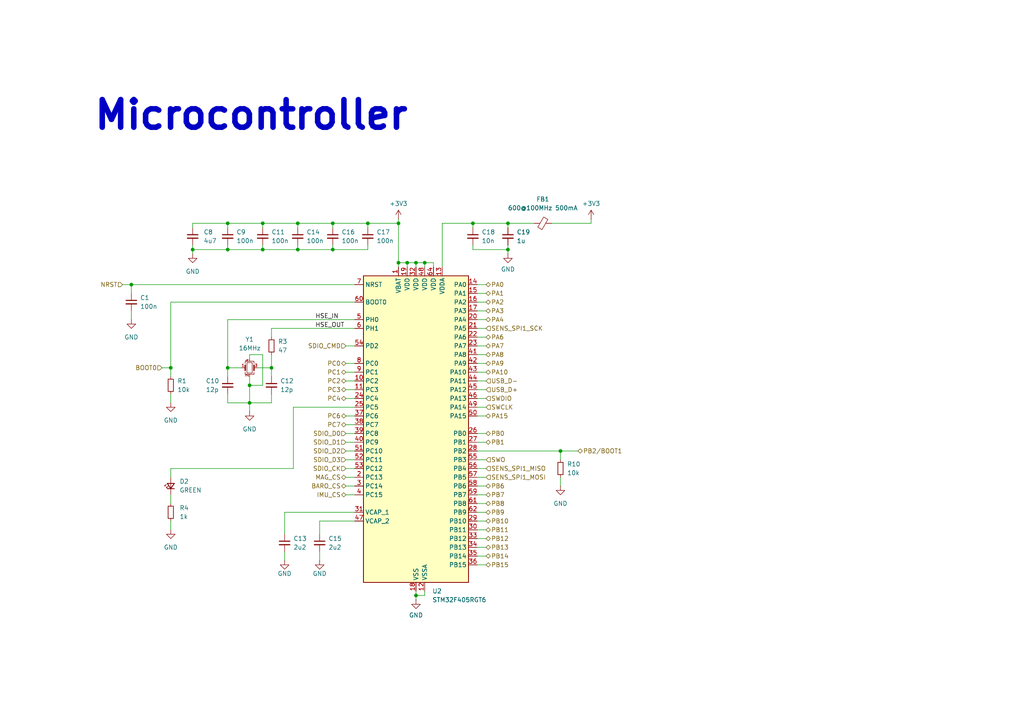
<source format=kicad_sch>
(kicad_sch
	(version 20231120)
	(generator "eeschema")
	(generator_version "8.0")
	(uuid "f690d646-a847-4e38-a9a4-b814c54cdd9b")
	(paper "A4")
	(lib_symbols
		(symbol "+3V3_1"
			(power)
			(pin_numbers hide)
			(pin_names
				(offset 0) hide)
			(exclude_from_sim no)
			(in_bom yes)
			(on_board yes)
			(property "Reference" "#PWR"
				(at 0 -3.81 0)
				(effects
					(font
						(size 1.27 1.27)
					)
					(hide yes)
				)
			)
			(property "Value" "+3V3"
				(at 0 3.556 0)
				(effects
					(font
						(size 1.27 1.27)
					)
				)
			)
			(property "Footprint" ""
				(at 0 0 0)
				(effects
					(font
						(size 1.27 1.27)
					)
					(hide yes)
				)
			)
			(property "Datasheet" ""
				(at 0 0 0)
				(effects
					(font
						(size 1.27 1.27)
					)
					(hide yes)
				)
			)
			(property "Description" "Power symbol creates a global label with name \"+3V3\""
				(at 0 0 0)
				(effects
					(font
						(size 1.27 1.27)
					)
					(hide yes)
				)
			)
			(property "ki_keywords" "global power"
				(at 0 0 0)
				(effects
					(font
						(size 1.27 1.27)
					)
					(hide yes)
				)
			)
			(symbol "+3V3_1_0_1"
				(polyline
					(pts
						(xy -0.762 1.27) (xy 0 2.54)
					)
					(stroke
						(width 0)
						(type default)
					)
					(fill
						(type none)
					)
				)
				(polyline
					(pts
						(xy 0 0) (xy 0 2.54)
					)
					(stroke
						(width 0)
						(type default)
					)
					(fill
						(type none)
					)
				)
				(polyline
					(pts
						(xy 0 2.54) (xy 0.762 1.27)
					)
					(stroke
						(width 0)
						(type default)
					)
					(fill
						(type none)
					)
				)
			)
			(symbol "+3V3_1_1_1"
				(pin power_in line
					(at 0 0 90)
					(length 0)
					(name "~"
						(effects
							(font
								(size 1.27 1.27)
							)
						)
					)
					(number "1"
						(effects
							(font
								(size 1.27 1.27)
							)
						)
					)
				)
			)
		)
		(symbol "Device:C_Small"
			(pin_numbers hide)
			(pin_names
				(offset 0.254) hide)
			(exclude_from_sim no)
			(in_bom yes)
			(on_board yes)
			(property "Reference" "C"
				(at 0.254 1.778 0)
				(effects
					(font
						(size 1.27 1.27)
					)
					(justify left)
				)
			)
			(property "Value" "C_Small"
				(at 0.254 -2.032 0)
				(effects
					(font
						(size 1.27 1.27)
					)
					(justify left)
				)
			)
			(property "Footprint" ""
				(at 0 0 0)
				(effects
					(font
						(size 1.27 1.27)
					)
					(hide yes)
				)
			)
			(property "Datasheet" "~"
				(at 0 0 0)
				(effects
					(font
						(size 1.27 1.27)
					)
					(hide yes)
				)
			)
			(property "Description" "Unpolarized capacitor, small symbol"
				(at 0 0 0)
				(effects
					(font
						(size 1.27 1.27)
					)
					(hide yes)
				)
			)
			(property "ki_keywords" "capacitor cap"
				(at 0 0 0)
				(effects
					(font
						(size 1.27 1.27)
					)
					(hide yes)
				)
			)
			(property "ki_fp_filters" "C_*"
				(at 0 0 0)
				(effects
					(font
						(size 1.27 1.27)
					)
					(hide yes)
				)
			)
			(symbol "C_Small_0_1"
				(polyline
					(pts
						(xy -1.524 -0.508) (xy 1.524 -0.508)
					)
					(stroke
						(width 0.3302)
						(type default)
					)
					(fill
						(type none)
					)
				)
				(polyline
					(pts
						(xy -1.524 0.508) (xy 1.524 0.508)
					)
					(stroke
						(width 0.3048)
						(type default)
					)
					(fill
						(type none)
					)
				)
			)
			(symbol "C_Small_1_1"
				(pin passive line
					(at 0 2.54 270)
					(length 2.032)
					(name "~"
						(effects
							(font
								(size 1.27 1.27)
							)
						)
					)
					(number "1"
						(effects
							(font
								(size 1.27 1.27)
							)
						)
					)
				)
				(pin passive line
					(at 0 -2.54 90)
					(length 2.032)
					(name "~"
						(effects
							(font
								(size 1.27 1.27)
							)
						)
					)
					(number "2"
						(effects
							(font
								(size 1.27 1.27)
							)
						)
					)
				)
			)
		)
		(symbol "Device:Crystal_GND24_Small"
			(pin_names
				(offset 1.016) hide)
			(exclude_from_sim no)
			(in_bom yes)
			(on_board yes)
			(property "Reference" "Y"
				(at 1.27 4.445 0)
				(effects
					(font
						(size 1.27 1.27)
					)
					(justify left)
				)
			)
			(property "Value" "Crystal_GND24_Small"
				(at 1.27 2.54 0)
				(effects
					(font
						(size 1.27 1.27)
					)
					(justify left)
				)
			)
			(property "Footprint" ""
				(at 0 0 0)
				(effects
					(font
						(size 1.27 1.27)
					)
					(hide yes)
				)
			)
			(property "Datasheet" "~"
				(at 0 0 0)
				(effects
					(font
						(size 1.27 1.27)
					)
					(hide yes)
				)
			)
			(property "Description" "Four pin crystal, GND on pins 2 and 4, small symbol"
				(at 0 0 0)
				(effects
					(font
						(size 1.27 1.27)
					)
					(hide yes)
				)
			)
			(property "ki_keywords" "quartz ceramic resonator oscillator"
				(at 0 0 0)
				(effects
					(font
						(size 1.27 1.27)
					)
					(hide yes)
				)
			)
			(property "ki_fp_filters" "Crystal*"
				(at 0 0 0)
				(effects
					(font
						(size 1.27 1.27)
					)
					(hide yes)
				)
			)
			(symbol "Crystal_GND24_Small_0_1"
				(rectangle
					(start -0.762 -1.524)
					(end 0.762 1.524)
					(stroke
						(width 0)
						(type default)
					)
					(fill
						(type none)
					)
				)
				(polyline
					(pts
						(xy -1.27 -0.762) (xy -1.27 0.762)
					)
					(stroke
						(width 0.381)
						(type default)
					)
					(fill
						(type none)
					)
				)
				(polyline
					(pts
						(xy 1.27 -0.762) (xy 1.27 0.762)
					)
					(stroke
						(width 0.381)
						(type default)
					)
					(fill
						(type none)
					)
				)
				(polyline
					(pts
						(xy -1.27 -1.27) (xy -1.27 -1.905) (xy 1.27 -1.905) (xy 1.27 -1.27)
					)
					(stroke
						(width 0)
						(type default)
					)
					(fill
						(type none)
					)
				)
				(polyline
					(pts
						(xy -1.27 1.27) (xy -1.27 1.905) (xy 1.27 1.905) (xy 1.27 1.27)
					)
					(stroke
						(width 0)
						(type default)
					)
					(fill
						(type none)
					)
				)
			)
			(symbol "Crystal_GND24_Small_1_1"
				(pin passive line
					(at -2.54 0 0)
					(length 1.27)
					(name "1"
						(effects
							(font
								(size 1.27 1.27)
							)
						)
					)
					(number "1"
						(effects
							(font
								(size 0.762 0.762)
							)
						)
					)
				)
				(pin passive line
					(at 0 -2.54 90)
					(length 0.635)
					(name "2"
						(effects
							(font
								(size 1.27 1.27)
							)
						)
					)
					(number "2"
						(effects
							(font
								(size 0.762 0.762)
							)
						)
					)
				)
				(pin passive line
					(at 2.54 0 180)
					(length 1.27)
					(name "3"
						(effects
							(font
								(size 1.27 1.27)
							)
						)
					)
					(number "3"
						(effects
							(font
								(size 0.762 0.762)
							)
						)
					)
				)
				(pin passive line
					(at 0 2.54 270)
					(length 0.635)
					(name "4"
						(effects
							(font
								(size 1.27 1.27)
							)
						)
					)
					(number "4"
						(effects
							(font
								(size 0.762 0.762)
							)
						)
					)
				)
			)
		)
		(symbol "Device:FerriteBead_Small"
			(pin_numbers hide)
			(pin_names
				(offset 0)
			)
			(exclude_from_sim no)
			(in_bom yes)
			(on_board yes)
			(property "Reference" "FB"
				(at 1.905 1.27 0)
				(effects
					(font
						(size 1.27 1.27)
					)
					(justify left)
				)
			)
			(property "Value" "FerriteBead_Small"
				(at 1.905 -1.27 0)
				(effects
					(font
						(size 1.27 1.27)
					)
					(justify left)
				)
			)
			(property "Footprint" ""
				(at -1.778 0 90)
				(effects
					(font
						(size 1.27 1.27)
					)
					(hide yes)
				)
			)
			(property "Datasheet" "~"
				(at 0 0 0)
				(effects
					(font
						(size 1.27 1.27)
					)
					(hide yes)
				)
			)
			(property "Description" "Ferrite bead, small symbol"
				(at 0 0 0)
				(effects
					(font
						(size 1.27 1.27)
					)
					(hide yes)
				)
			)
			(property "ki_keywords" "L ferrite bead inductor filter"
				(at 0 0 0)
				(effects
					(font
						(size 1.27 1.27)
					)
					(hide yes)
				)
			)
			(property "ki_fp_filters" "Inductor_* L_* *Ferrite*"
				(at 0 0 0)
				(effects
					(font
						(size 1.27 1.27)
					)
					(hide yes)
				)
			)
			(symbol "FerriteBead_Small_0_1"
				(polyline
					(pts
						(xy 0 -1.27) (xy 0 -0.7874)
					)
					(stroke
						(width 0)
						(type default)
					)
					(fill
						(type none)
					)
				)
				(polyline
					(pts
						(xy 0 0.889) (xy 0 1.2954)
					)
					(stroke
						(width 0)
						(type default)
					)
					(fill
						(type none)
					)
				)
				(polyline
					(pts
						(xy -1.8288 0.2794) (xy -1.1176 1.4986) (xy 1.8288 -0.2032) (xy 1.1176 -1.4224) (xy -1.8288 0.2794)
					)
					(stroke
						(width 0)
						(type default)
					)
					(fill
						(type none)
					)
				)
			)
			(symbol "FerriteBead_Small_1_1"
				(pin passive line
					(at 0 2.54 270)
					(length 1.27)
					(name "~"
						(effects
							(font
								(size 1.27 1.27)
							)
						)
					)
					(number "1"
						(effects
							(font
								(size 1.27 1.27)
							)
						)
					)
				)
				(pin passive line
					(at 0 -2.54 90)
					(length 1.27)
					(name "~"
						(effects
							(font
								(size 1.27 1.27)
							)
						)
					)
					(number "2"
						(effects
							(font
								(size 1.27 1.27)
							)
						)
					)
				)
			)
		)
		(symbol "Device:LED_Small"
			(pin_numbers hide)
			(pin_names
				(offset 0.254) hide)
			(exclude_from_sim no)
			(in_bom yes)
			(on_board yes)
			(property "Reference" "D"
				(at -1.27 3.175 0)
				(effects
					(font
						(size 1.27 1.27)
					)
					(justify left)
				)
			)
			(property "Value" "LED_Small"
				(at -4.445 -2.54 0)
				(effects
					(font
						(size 1.27 1.27)
					)
					(justify left)
				)
			)
			(property "Footprint" ""
				(at 0 0 90)
				(effects
					(font
						(size 1.27 1.27)
					)
					(hide yes)
				)
			)
			(property "Datasheet" "~"
				(at 0 0 90)
				(effects
					(font
						(size 1.27 1.27)
					)
					(hide yes)
				)
			)
			(property "Description" "Light emitting diode, small symbol"
				(at 0 0 0)
				(effects
					(font
						(size 1.27 1.27)
					)
					(hide yes)
				)
			)
			(property "ki_keywords" "LED diode light-emitting-diode"
				(at 0 0 0)
				(effects
					(font
						(size 1.27 1.27)
					)
					(hide yes)
				)
			)
			(property "ki_fp_filters" "LED* LED_SMD:* LED_THT:*"
				(at 0 0 0)
				(effects
					(font
						(size 1.27 1.27)
					)
					(hide yes)
				)
			)
			(symbol "LED_Small_0_1"
				(polyline
					(pts
						(xy -0.762 -1.016) (xy -0.762 1.016)
					)
					(stroke
						(width 0.254)
						(type default)
					)
					(fill
						(type none)
					)
				)
				(polyline
					(pts
						(xy 1.016 0) (xy -0.762 0)
					)
					(stroke
						(width 0)
						(type default)
					)
					(fill
						(type none)
					)
				)
				(polyline
					(pts
						(xy 0.762 -1.016) (xy -0.762 0) (xy 0.762 1.016) (xy 0.762 -1.016)
					)
					(stroke
						(width 0.254)
						(type default)
					)
					(fill
						(type none)
					)
				)
				(polyline
					(pts
						(xy 0 0.762) (xy -0.508 1.27) (xy -0.254 1.27) (xy -0.508 1.27) (xy -0.508 1.016)
					)
					(stroke
						(width 0)
						(type default)
					)
					(fill
						(type none)
					)
				)
				(polyline
					(pts
						(xy 0.508 1.27) (xy 0 1.778) (xy 0.254 1.778) (xy 0 1.778) (xy 0 1.524)
					)
					(stroke
						(width 0)
						(type default)
					)
					(fill
						(type none)
					)
				)
			)
			(symbol "LED_Small_1_1"
				(pin passive line
					(at -2.54 0 0)
					(length 1.778)
					(name "K"
						(effects
							(font
								(size 1.27 1.27)
							)
						)
					)
					(number "1"
						(effects
							(font
								(size 1.27 1.27)
							)
						)
					)
				)
				(pin passive line
					(at 2.54 0 180)
					(length 1.778)
					(name "A"
						(effects
							(font
								(size 1.27 1.27)
							)
						)
					)
					(number "2"
						(effects
							(font
								(size 1.27 1.27)
							)
						)
					)
				)
			)
		)
		(symbol "Device:R_Small"
			(pin_numbers hide)
			(pin_names
				(offset 0.254) hide)
			(exclude_from_sim no)
			(in_bom yes)
			(on_board yes)
			(property "Reference" "R"
				(at 0.762 0.508 0)
				(effects
					(font
						(size 1.27 1.27)
					)
					(justify left)
				)
			)
			(property "Value" "R_Small"
				(at 0.762 -1.016 0)
				(effects
					(font
						(size 1.27 1.27)
					)
					(justify left)
				)
			)
			(property "Footprint" ""
				(at 0 0 0)
				(effects
					(font
						(size 1.27 1.27)
					)
					(hide yes)
				)
			)
			(property "Datasheet" "~"
				(at 0 0 0)
				(effects
					(font
						(size 1.27 1.27)
					)
					(hide yes)
				)
			)
			(property "Description" "Resistor, small symbol"
				(at 0 0 0)
				(effects
					(font
						(size 1.27 1.27)
					)
					(hide yes)
				)
			)
			(property "ki_keywords" "R resistor"
				(at 0 0 0)
				(effects
					(font
						(size 1.27 1.27)
					)
					(hide yes)
				)
			)
			(property "ki_fp_filters" "R_*"
				(at 0 0 0)
				(effects
					(font
						(size 1.27 1.27)
					)
					(hide yes)
				)
			)
			(symbol "R_Small_0_1"
				(rectangle
					(start -0.762 1.778)
					(end 0.762 -1.778)
					(stroke
						(width 0.2032)
						(type default)
					)
					(fill
						(type none)
					)
				)
			)
			(symbol "R_Small_1_1"
				(pin passive line
					(at 0 2.54 270)
					(length 0.762)
					(name "~"
						(effects
							(font
								(size 1.27 1.27)
							)
						)
					)
					(number "1"
						(effects
							(font
								(size 1.27 1.27)
							)
						)
					)
				)
				(pin passive line
					(at 0 -2.54 90)
					(length 0.762)
					(name "~"
						(effects
							(font
								(size 1.27 1.27)
							)
						)
					)
					(number "2"
						(effects
							(font
								(size 1.27 1.27)
							)
						)
					)
				)
			)
		)
		(symbol "GND_1"
			(power)
			(pin_numbers hide)
			(pin_names
				(offset 0) hide)
			(exclude_from_sim no)
			(in_bom yes)
			(on_board yes)
			(property "Reference" "#PWR"
				(at 0 -6.35 0)
				(effects
					(font
						(size 1.27 1.27)
					)
					(hide yes)
				)
			)
			(property "Value" "GND"
				(at 0 -3.81 0)
				(effects
					(font
						(size 1.27 1.27)
					)
				)
			)
			(property "Footprint" ""
				(at 0 0 0)
				(effects
					(font
						(size 1.27 1.27)
					)
					(hide yes)
				)
			)
			(property "Datasheet" ""
				(at 0 0 0)
				(effects
					(font
						(size 1.27 1.27)
					)
					(hide yes)
				)
			)
			(property "Description" "Power symbol creates a global label with name \"GND\" , ground"
				(at 0 0 0)
				(effects
					(font
						(size 1.27 1.27)
					)
					(hide yes)
				)
			)
			(property "ki_keywords" "global power"
				(at 0 0 0)
				(effects
					(font
						(size 1.27 1.27)
					)
					(hide yes)
				)
			)
			(symbol "GND_1_0_1"
				(polyline
					(pts
						(xy 0 0) (xy 0 -1.27) (xy 1.27 -1.27) (xy 0 -2.54) (xy -1.27 -1.27) (xy 0 -1.27)
					)
					(stroke
						(width 0)
						(type default)
					)
					(fill
						(type none)
					)
				)
			)
			(symbol "GND_1_1_1"
				(pin power_in line
					(at 0 0 270)
					(length 0)
					(name "~"
						(effects
							(font
								(size 1.27 1.27)
							)
						)
					)
					(number "1"
						(effects
							(font
								(size 1.27 1.27)
							)
						)
					)
				)
			)
		)
		(symbol "GND_2"
			(power)
			(pin_numbers hide)
			(pin_names
				(offset 0) hide)
			(exclude_from_sim no)
			(in_bom yes)
			(on_board yes)
			(property "Reference" "#PWR"
				(at 0 -6.35 0)
				(effects
					(font
						(size 1.27 1.27)
					)
					(hide yes)
				)
			)
			(property "Value" "GND"
				(at 0 -3.81 0)
				(effects
					(font
						(size 1.27 1.27)
					)
				)
			)
			(property "Footprint" ""
				(at 0 0 0)
				(effects
					(font
						(size 1.27 1.27)
					)
					(hide yes)
				)
			)
			(property "Datasheet" ""
				(at 0 0 0)
				(effects
					(font
						(size 1.27 1.27)
					)
					(hide yes)
				)
			)
			(property "Description" "Power symbol creates a global label with name \"GND\" , ground"
				(at 0 0 0)
				(effects
					(font
						(size 1.27 1.27)
					)
					(hide yes)
				)
			)
			(property "ki_keywords" "global power"
				(at 0 0 0)
				(effects
					(font
						(size 1.27 1.27)
					)
					(hide yes)
				)
			)
			(symbol "GND_2_0_1"
				(polyline
					(pts
						(xy 0 0) (xy 0 -1.27) (xy 1.27 -1.27) (xy 0 -2.54) (xy -1.27 -1.27) (xy 0 -1.27)
					)
					(stroke
						(width 0)
						(type default)
					)
					(fill
						(type none)
					)
				)
			)
			(symbol "GND_2_1_1"
				(pin power_in line
					(at 0 0 270)
					(length 0)
					(name "~"
						(effects
							(font
								(size 1.27 1.27)
							)
						)
					)
					(number "1"
						(effects
							(font
								(size 1.27 1.27)
							)
						)
					)
				)
			)
		)
		(symbol "GND_3"
			(power)
			(pin_numbers hide)
			(pin_names
				(offset 0) hide)
			(exclude_from_sim no)
			(in_bom yes)
			(on_board yes)
			(property "Reference" "#PWR"
				(at 0 -6.35 0)
				(effects
					(font
						(size 1.27 1.27)
					)
					(hide yes)
				)
			)
			(property "Value" "GND"
				(at 0 -3.81 0)
				(effects
					(font
						(size 1.27 1.27)
					)
				)
			)
			(property "Footprint" ""
				(at 0 0 0)
				(effects
					(font
						(size 1.27 1.27)
					)
					(hide yes)
				)
			)
			(property "Datasheet" ""
				(at 0 0 0)
				(effects
					(font
						(size 1.27 1.27)
					)
					(hide yes)
				)
			)
			(property "Description" "Power symbol creates a global label with name \"GND\" , ground"
				(at 0 0 0)
				(effects
					(font
						(size 1.27 1.27)
					)
					(hide yes)
				)
			)
			(property "ki_keywords" "global power"
				(at 0 0 0)
				(effects
					(font
						(size 1.27 1.27)
					)
					(hide yes)
				)
			)
			(symbol "GND_3_0_1"
				(polyline
					(pts
						(xy 0 0) (xy 0 -1.27) (xy 1.27 -1.27) (xy 0 -2.54) (xy -1.27 -1.27) (xy 0 -1.27)
					)
					(stroke
						(width 0)
						(type default)
					)
					(fill
						(type none)
					)
				)
			)
			(symbol "GND_3_1_1"
				(pin power_in line
					(at 0 0 270)
					(length 0)
					(name "~"
						(effects
							(font
								(size 1.27 1.27)
							)
						)
					)
					(number "1"
						(effects
							(font
								(size 1.27 1.27)
							)
						)
					)
				)
			)
		)
		(symbol "GND_4"
			(power)
			(pin_numbers hide)
			(pin_names
				(offset 0) hide)
			(exclude_from_sim no)
			(in_bom yes)
			(on_board yes)
			(property "Reference" "#PWR"
				(at 0 -6.35 0)
				(effects
					(font
						(size 1.27 1.27)
					)
					(hide yes)
				)
			)
			(property "Value" "GND"
				(at 0 -3.81 0)
				(effects
					(font
						(size 1.27 1.27)
					)
				)
			)
			(property "Footprint" ""
				(at 0 0 0)
				(effects
					(font
						(size 1.27 1.27)
					)
					(hide yes)
				)
			)
			(property "Datasheet" ""
				(at 0 0 0)
				(effects
					(font
						(size 1.27 1.27)
					)
					(hide yes)
				)
			)
			(property "Description" "Power symbol creates a global label with name \"GND\" , ground"
				(at 0 0 0)
				(effects
					(font
						(size 1.27 1.27)
					)
					(hide yes)
				)
			)
			(property "ki_keywords" "global power"
				(at 0 0 0)
				(effects
					(font
						(size 1.27 1.27)
					)
					(hide yes)
				)
			)
			(symbol "GND_4_0_1"
				(polyline
					(pts
						(xy 0 0) (xy 0 -1.27) (xy 1.27 -1.27) (xy 0 -2.54) (xy -1.27 -1.27) (xy 0 -1.27)
					)
					(stroke
						(width 0)
						(type default)
					)
					(fill
						(type none)
					)
				)
			)
			(symbol "GND_4_1_1"
				(pin power_in line
					(at 0 0 270)
					(length 0)
					(name "~"
						(effects
							(font
								(size 1.27 1.27)
							)
						)
					)
					(number "1"
						(effects
							(font
								(size 1.27 1.27)
							)
						)
					)
				)
			)
		)
		(symbol "GND_5"
			(power)
			(pin_numbers hide)
			(pin_names
				(offset 0) hide)
			(exclude_from_sim no)
			(in_bom yes)
			(on_board yes)
			(property "Reference" "#PWR"
				(at 0 -6.35 0)
				(effects
					(font
						(size 1.27 1.27)
					)
					(hide yes)
				)
			)
			(property "Value" "GND"
				(at 0 -3.81 0)
				(effects
					(font
						(size 1.27 1.27)
					)
				)
			)
			(property "Footprint" ""
				(at 0 0 0)
				(effects
					(font
						(size 1.27 1.27)
					)
					(hide yes)
				)
			)
			(property "Datasheet" ""
				(at 0 0 0)
				(effects
					(font
						(size 1.27 1.27)
					)
					(hide yes)
				)
			)
			(property "Description" "Power symbol creates a global label with name \"GND\" , ground"
				(at 0 0 0)
				(effects
					(font
						(size 1.27 1.27)
					)
					(hide yes)
				)
			)
			(property "ki_keywords" "global power"
				(at 0 0 0)
				(effects
					(font
						(size 1.27 1.27)
					)
					(hide yes)
				)
			)
			(symbol "GND_5_0_1"
				(polyline
					(pts
						(xy 0 0) (xy 0 -1.27) (xy 1.27 -1.27) (xy 0 -2.54) (xy -1.27 -1.27) (xy 0 -1.27)
					)
					(stroke
						(width 0)
						(type default)
					)
					(fill
						(type none)
					)
				)
			)
			(symbol "GND_5_1_1"
				(pin power_in line
					(at 0 0 270)
					(length 0)
					(name "~"
						(effects
							(font
								(size 1.27 1.27)
							)
						)
					)
					(number "1"
						(effects
							(font
								(size 1.27 1.27)
							)
						)
					)
				)
			)
		)
		(symbol "GND_6"
			(power)
			(pin_numbers hide)
			(pin_names
				(offset 0) hide)
			(exclude_from_sim no)
			(in_bom yes)
			(on_board yes)
			(property "Reference" "#PWR"
				(at 0 -6.35 0)
				(effects
					(font
						(size 1.27 1.27)
					)
					(hide yes)
				)
			)
			(property "Value" "GND"
				(at 0 -3.81 0)
				(effects
					(font
						(size 1.27 1.27)
					)
				)
			)
			(property "Footprint" ""
				(at 0 0 0)
				(effects
					(font
						(size 1.27 1.27)
					)
					(hide yes)
				)
			)
			(property "Datasheet" ""
				(at 0 0 0)
				(effects
					(font
						(size 1.27 1.27)
					)
					(hide yes)
				)
			)
			(property "Description" "Power symbol creates a global label with name \"GND\" , ground"
				(at 0 0 0)
				(effects
					(font
						(size 1.27 1.27)
					)
					(hide yes)
				)
			)
			(property "ki_keywords" "global power"
				(at 0 0 0)
				(effects
					(font
						(size 1.27 1.27)
					)
					(hide yes)
				)
			)
			(symbol "GND_6_0_1"
				(polyline
					(pts
						(xy 0 0) (xy 0 -1.27) (xy 1.27 -1.27) (xy 0 -2.54) (xy -1.27 -1.27) (xy 0 -1.27)
					)
					(stroke
						(width 0)
						(type default)
					)
					(fill
						(type none)
					)
				)
			)
			(symbol "GND_6_1_1"
				(pin power_in line
					(at 0 0 270)
					(length 0)
					(name "~"
						(effects
							(font
								(size 1.27 1.27)
							)
						)
					)
					(number "1"
						(effects
							(font
								(size 1.27 1.27)
							)
						)
					)
				)
			)
		)
		(symbol "GND_7"
			(power)
			(pin_numbers hide)
			(pin_names
				(offset 0) hide)
			(exclude_from_sim no)
			(in_bom yes)
			(on_board yes)
			(property "Reference" "#PWR"
				(at 0 -6.35 0)
				(effects
					(font
						(size 1.27 1.27)
					)
					(hide yes)
				)
			)
			(property "Value" "GND"
				(at 0 -3.81 0)
				(effects
					(font
						(size 1.27 1.27)
					)
				)
			)
			(property "Footprint" ""
				(at 0 0 0)
				(effects
					(font
						(size 1.27 1.27)
					)
					(hide yes)
				)
			)
			(property "Datasheet" ""
				(at 0 0 0)
				(effects
					(font
						(size 1.27 1.27)
					)
					(hide yes)
				)
			)
			(property "Description" "Power symbol creates a global label with name \"GND\" , ground"
				(at 0 0 0)
				(effects
					(font
						(size 1.27 1.27)
					)
					(hide yes)
				)
			)
			(property "ki_keywords" "global power"
				(at 0 0 0)
				(effects
					(font
						(size 1.27 1.27)
					)
					(hide yes)
				)
			)
			(symbol "GND_7_0_1"
				(polyline
					(pts
						(xy 0 0) (xy 0 -1.27) (xy 1.27 -1.27) (xy 0 -2.54) (xy -1.27 -1.27) (xy 0 -1.27)
					)
					(stroke
						(width 0)
						(type default)
					)
					(fill
						(type none)
					)
				)
			)
			(symbol "GND_7_1_1"
				(pin power_in line
					(at 0 0 270)
					(length 0)
					(name "~"
						(effects
							(font
								(size 1.27 1.27)
							)
						)
					)
					(number "1"
						(effects
							(font
								(size 1.27 1.27)
							)
						)
					)
				)
			)
		)
		(symbol "MCU_ST_STM32F4:STM32F405RGTx"
			(exclude_from_sim no)
			(in_bom yes)
			(on_board yes)
			(property "Reference" "U"
				(at -15.24 46.99 0)
				(effects
					(font
						(size 1.27 1.27)
					)
					(justify left)
				)
			)
			(property "Value" "STM32F405RGTx"
				(at 10.16 46.99 0)
				(effects
					(font
						(size 1.27 1.27)
					)
					(justify left)
				)
			)
			(property "Footprint" "Package_QFP:LQFP-64_10x10mm_P0.5mm"
				(at -15.24 -43.18 0)
				(effects
					(font
						(size 1.27 1.27)
					)
					(justify right)
					(hide yes)
				)
			)
			(property "Datasheet" "https://www.st.com/resource/en/datasheet/stm32f405rg.pdf"
				(at 0 0 0)
				(effects
					(font
						(size 1.27 1.27)
					)
					(hide yes)
				)
			)
			(property "Description" "STMicroelectronics Arm Cortex-M4 MCU, 1024KB flash, 192KB RAM, 168 MHz, 1.8-3.6V, 51 GPIO, LQFP64"
				(at 0 0 0)
				(effects
					(font
						(size 1.27 1.27)
					)
					(hide yes)
				)
			)
			(property "ki_locked" ""
				(at 0 0 0)
				(effects
					(font
						(size 1.27 1.27)
					)
				)
			)
			(property "ki_keywords" "Arm Cortex-M4 STM32F4 STM32F405/415"
				(at 0 0 0)
				(effects
					(font
						(size 1.27 1.27)
					)
					(hide yes)
				)
			)
			(property "ki_fp_filters" "LQFP*10x10mm*P0.5mm*"
				(at 0 0 0)
				(effects
					(font
						(size 1.27 1.27)
					)
					(hide yes)
				)
			)
			(symbol "STM32F405RGTx_0_1"
				(rectangle
					(start -15.24 -43.18)
					(end 15.24 45.72)
					(stroke
						(width 0.254)
						(type default)
					)
					(fill
						(type background)
					)
				)
			)
			(symbol "STM32F405RGTx_1_1"
				(pin power_in line
					(at -5.08 48.26 270)
					(length 2.54)
					(name "VBAT"
						(effects
							(font
								(size 1.27 1.27)
							)
						)
					)
					(number "1"
						(effects
							(font
								(size 1.27 1.27)
							)
						)
					)
				)
				(pin bidirectional line
					(at -17.78 15.24 0)
					(length 2.54)
					(name "PC2"
						(effects
							(font
								(size 1.27 1.27)
							)
						)
					)
					(number "10"
						(effects
							(font
								(size 1.27 1.27)
							)
						)
					)
					(alternate "ADC1_IN12" bidirectional line)
					(alternate "ADC2_IN12" bidirectional line)
					(alternate "ADC3_IN12" bidirectional line)
					(alternate "I2S2_ext_SD" bidirectional line)
					(alternate "SPI2_MISO" bidirectional line)
					(alternate "USB_OTG_HS_ULPI_DIR" bidirectional line)
				)
				(pin bidirectional line
					(at -17.78 12.7 0)
					(length 2.54)
					(name "PC3"
						(effects
							(font
								(size 1.27 1.27)
							)
						)
					)
					(number "11"
						(effects
							(font
								(size 1.27 1.27)
							)
						)
					)
					(alternate "ADC1_IN13" bidirectional line)
					(alternate "ADC2_IN13" bidirectional line)
					(alternate "ADC3_IN13" bidirectional line)
					(alternate "I2S2_SD" bidirectional line)
					(alternate "SPI2_MOSI" bidirectional line)
					(alternate "USB_OTG_HS_ULPI_NXT" bidirectional line)
				)
				(pin power_in line
					(at 2.54 -45.72 90)
					(length 2.54)
					(name "VSSA"
						(effects
							(font
								(size 1.27 1.27)
							)
						)
					)
					(number "12"
						(effects
							(font
								(size 1.27 1.27)
							)
						)
					)
				)
				(pin power_in line
					(at 7.62 48.26 270)
					(length 2.54)
					(name "VDDA"
						(effects
							(font
								(size 1.27 1.27)
							)
						)
					)
					(number "13"
						(effects
							(font
								(size 1.27 1.27)
							)
						)
					)
				)
				(pin bidirectional line
					(at 17.78 43.18 180)
					(length 2.54)
					(name "PA0"
						(effects
							(font
								(size 1.27 1.27)
							)
						)
					)
					(number "14"
						(effects
							(font
								(size 1.27 1.27)
							)
						)
					)
					(alternate "ADC1_IN0" bidirectional line)
					(alternate "ADC2_IN0" bidirectional line)
					(alternate "ADC3_IN0" bidirectional line)
					(alternate "SYS_WKUP" bidirectional line)
					(alternate "TIM2_CH1" bidirectional line)
					(alternate "TIM2_ETR" bidirectional line)
					(alternate "TIM5_CH1" bidirectional line)
					(alternate "TIM8_ETR" bidirectional line)
					(alternate "UART4_TX" bidirectional line)
					(alternate "USART2_CTS" bidirectional line)
				)
				(pin bidirectional line
					(at 17.78 40.64 180)
					(length 2.54)
					(name "PA1"
						(effects
							(font
								(size 1.27 1.27)
							)
						)
					)
					(number "15"
						(effects
							(font
								(size 1.27 1.27)
							)
						)
					)
					(alternate "ADC1_IN1" bidirectional line)
					(alternate "ADC2_IN1" bidirectional line)
					(alternate "ADC3_IN1" bidirectional line)
					(alternate "TIM2_CH2" bidirectional line)
					(alternate "TIM5_CH2" bidirectional line)
					(alternate "UART4_RX" bidirectional line)
					(alternate "USART2_RTS" bidirectional line)
				)
				(pin bidirectional line
					(at 17.78 38.1 180)
					(length 2.54)
					(name "PA2"
						(effects
							(font
								(size 1.27 1.27)
							)
						)
					)
					(number "16"
						(effects
							(font
								(size 1.27 1.27)
							)
						)
					)
					(alternate "ADC1_IN2" bidirectional line)
					(alternate "ADC2_IN2" bidirectional line)
					(alternate "ADC3_IN2" bidirectional line)
					(alternate "TIM2_CH3" bidirectional line)
					(alternate "TIM5_CH3" bidirectional line)
					(alternate "TIM9_CH1" bidirectional line)
					(alternate "USART2_TX" bidirectional line)
				)
				(pin bidirectional line
					(at 17.78 35.56 180)
					(length 2.54)
					(name "PA3"
						(effects
							(font
								(size 1.27 1.27)
							)
						)
					)
					(number "17"
						(effects
							(font
								(size 1.27 1.27)
							)
						)
					)
					(alternate "ADC1_IN3" bidirectional line)
					(alternate "ADC2_IN3" bidirectional line)
					(alternate "ADC3_IN3" bidirectional line)
					(alternate "TIM2_CH4" bidirectional line)
					(alternate "TIM5_CH4" bidirectional line)
					(alternate "TIM9_CH2" bidirectional line)
					(alternate "USART2_RX" bidirectional line)
					(alternate "USB_OTG_HS_ULPI_D0" bidirectional line)
				)
				(pin power_in line
					(at 0 -45.72 90)
					(length 2.54)
					(name "VSS"
						(effects
							(font
								(size 1.27 1.27)
							)
						)
					)
					(number "18"
						(effects
							(font
								(size 1.27 1.27)
							)
						)
					)
				)
				(pin power_in line
					(at -2.54 48.26 270)
					(length 2.54)
					(name "VDD"
						(effects
							(font
								(size 1.27 1.27)
							)
						)
					)
					(number "19"
						(effects
							(font
								(size 1.27 1.27)
							)
						)
					)
				)
				(pin bidirectional line
					(at -17.78 -12.7 0)
					(length 2.54)
					(name "PC13"
						(effects
							(font
								(size 1.27 1.27)
							)
						)
					)
					(number "2"
						(effects
							(font
								(size 1.27 1.27)
							)
						)
					)
					(alternate "RTC_AF1" bidirectional line)
				)
				(pin bidirectional line
					(at 17.78 33.02 180)
					(length 2.54)
					(name "PA4"
						(effects
							(font
								(size 1.27 1.27)
							)
						)
					)
					(number "20"
						(effects
							(font
								(size 1.27 1.27)
							)
						)
					)
					(alternate "ADC1_IN4" bidirectional line)
					(alternate "ADC2_IN4" bidirectional line)
					(alternate "DAC_OUT1" bidirectional line)
					(alternate "I2S3_WS" bidirectional line)
					(alternate "SPI1_NSS" bidirectional line)
					(alternate "SPI3_NSS" bidirectional line)
					(alternate "USART2_CK" bidirectional line)
					(alternate "USB_OTG_HS_SOF" bidirectional line)
				)
				(pin bidirectional line
					(at 17.78 30.48 180)
					(length 2.54)
					(name "PA5"
						(effects
							(font
								(size 1.27 1.27)
							)
						)
					)
					(number "21"
						(effects
							(font
								(size 1.27 1.27)
							)
						)
					)
					(alternate "ADC1_IN5" bidirectional line)
					(alternate "ADC2_IN5" bidirectional line)
					(alternate "DAC_OUT2" bidirectional line)
					(alternate "SPI1_SCK" bidirectional line)
					(alternate "TIM2_CH1" bidirectional line)
					(alternate "TIM2_ETR" bidirectional line)
					(alternate "TIM8_CH1N" bidirectional line)
					(alternate "USB_OTG_HS_ULPI_CK" bidirectional line)
				)
				(pin bidirectional line
					(at 17.78 27.94 180)
					(length 2.54)
					(name "PA6"
						(effects
							(font
								(size 1.27 1.27)
							)
						)
					)
					(number "22"
						(effects
							(font
								(size 1.27 1.27)
							)
						)
					)
					(alternate "ADC1_IN6" bidirectional line)
					(alternate "ADC2_IN6" bidirectional line)
					(alternate "SPI1_MISO" bidirectional line)
					(alternate "TIM13_CH1" bidirectional line)
					(alternate "TIM1_BKIN" bidirectional line)
					(alternate "TIM3_CH1" bidirectional line)
					(alternate "TIM8_BKIN" bidirectional line)
				)
				(pin bidirectional line
					(at 17.78 25.4 180)
					(length 2.54)
					(name "PA7"
						(effects
							(font
								(size 1.27 1.27)
							)
						)
					)
					(number "23"
						(effects
							(font
								(size 1.27 1.27)
							)
						)
					)
					(alternate "ADC1_IN7" bidirectional line)
					(alternate "ADC2_IN7" bidirectional line)
					(alternate "SPI1_MOSI" bidirectional line)
					(alternate "TIM14_CH1" bidirectional line)
					(alternate "TIM1_CH1N" bidirectional line)
					(alternate "TIM3_CH2" bidirectional line)
					(alternate "TIM8_CH1N" bidirectional line)
				)
				(pin bidirectional line
					(at -17.78 10.16 0)
					(length 2.54)
					(name "PC4"
						(effects
							(font
								(size 1.27 1.27)
							)
						)
					)
					(number "24"
						(effects
							(font
								(size 1.27 1.27)
							)
						)
					)
					(alternate "ADC1_IN14" bidirectional line)
					(alternate "ADC2_IN14" bidirectional line)
				)
				(pin bidirectional line
					(at -17.78 7.62 0)
					(length 2.54)
					(name "PC5"
						(effects
							(font
								(size 1.27 1.27)
							)
						)
					)
					(number "25"
						(effects
							(font
								(size 1.27 1.27)
							)
						)
					)
					(alternate "ADC1_IN15" bidirectional line)
					(alternate "ADC2_IN15" bidirectional line)
				)
				(pin bidirectional line
					(at 17.78 0 180)
					(length 2.54)
					(name "PB0"
						(effects
							(font
								(size 1.27 1.27)
							)
						)
					)
					(number "26"
						(effects
							(font
								(size 1.27 1.27)
							)
						)
					)
					(alternate "ADC1_IN8" bidirectional line)
					(alternate "ADC2_IN8" bidirectional line)
					(alternate "TIM1_CH2N" bidirectional line)
					(alternate "TIM3_CH3" bidirectional line)
					(alternate "TIM8_CH2N" bidirectional line)
					(alternate "USB_OTG_HS_ULPI_D1" bidirectional line)
				)
				(pin bidirectional line
					(at 17.78 -2.54 180)
					(length 2.54)
					(name "PB1"
						(effects
							(font
								(size 1.27 1.27)
							)
						)
					)
					(number "27"
						(effects
							(font
								(size 1.27 1.27)
							)
						)
					)
					(alternate "ADC1_IN9" bidirectional line)
					(alternate "ADC2_IN9" bidirectional line)
					(alternate "TIM1_CH3N" bidirectional line)
					(alternate "TIM3_CH4" bidirectional line)
					(alternate "TIM8_CH3N" bidirectional line)
					(alternate "USB_OTG_HS_ULPI_D2" bidirectional line)
				)
				(pin bidirectional line
					(at 17.78 -5.08 180)
					(length 2.54)
					(name "PB2"
						(effects
							(font
								(size 1.27 1.27)
							)
						)
					)
					(number "28"
						(effects
							(font
								(size 1.27 1.27)
							)
						)
					)
				)
				(pin bidirectional line
					(at 17.78 -25.4 180)
					(length 2.54)
					(name "PB10"
						(effects
							(font
								(size 1.27 1.27)
							)
						)
					)
					(number "29"
						(effects
							(font
								(size 1.27 1.27)
							)
						)
					)
					(alternate "I2C2_SCL" bidirectional line)
					(alternate "I2S2_CK" bidirectional line)
					(alternate "SPI2_SCK" bidirectional line)
					(alternate "TIM2_CH3" bidirectional line)
					(alternate "USART3_TX" bidirectional line)
					(alternate "USB_OTG_HS_ULPI_D3" bidirectional line)
				)
				(pin bidirectional line
					(at -17.78 -15.24 0)
					(length 2.54)
					(name "PC14"
						(effects
							(font
								(size 1.27 1.27)
							)
						)
					)
					(number "3"
						(effects
							(font
								(size 1.27 1.27)
							)
						)
					)
					(alternate "RCC_OSC32_IN" bidirectional line)
				)
				(pin bidirectional line
					(at 17.78 -27.94 180)
					(length 2.54)
					(name "PB11"
						(effects
							(font
								(size 1.27 1.27)
							)
						)
					)
					(number "30"
						(effects
							(font
								(size 1.27 1.27)
							)
						)
					)
					(alternate "ADC1_EXTI11" bidirectional line)
					(alternate "ADC2_EXTI11" bidirectional line)
					(alternate "ADC3_EXTI11" bidirectional line)
					(alternate "I2C2_SDA" bidirectional line)
					(alternate "TIM2_CH4" bidirectional line)
					(alternate "USART3_RX" bidirectional line)
					(alternate "USB_OTG_HS_ULPI_D4" bidirectional line)
				)
				(pin power_out line
					(at -17.78 -22.86 0)
					(length 2.54)
					(name "VCAP_1"
						(effects
							(font
								(size 1.27 1.27)
							)
						)
					)
					(number "31"
						(effects
							(font
								(size 1.27 1.27)
							)
						)
					)
				)
				(pin power_in line
					(at 0 48.26 270)
					(length 2.54)
					(name "VDD"
						(effects
							(font
								(size 1.27 1.27)
							)
						)
					)
					(number "32"
						(effects
							(font
								(size 1.27 1.27)
							)
						)
					)
				)
				(pin bidirectional line
					(at 17.78 -30.48 180)
					(length 2.54)
					(name "PB12"
						(effects
							(font
								(size 1.27 1.27)
							)
						)
					)
					(number "33"
						(effects
							(font
								(size 1.27 1.27)
							)
						)
					)
					(alternate "CAN2_RX" bidirectional line)
					(alternate "I2C2_SMBA" bidirectional line)
					(alternate "I2S2_WS" bidirectional line)
					(alternate "SPI2_NSS" bidirectional line)
					(alternate "TIM1_BKIN" bidirectional line)
					(alternate "USART3_CK" bidirectional line)
					(alternate "USB_OTG_HS_ID" bidirectional line)
					(alternate "USB_OTG_HS_ULPI_D5" bidirectional line)
				)
				(pin bidirectional line
					(at 17.78 -33.02 180)
					(length 2.54)
					(name "PB13"
						(effects
							(font
								(size 1.27 1.27)
							)
						)
					)
					(number "34"
						(effects
							(font
								(size 1.27 1.27)
							)
						)
					)
					(alternate "CAN2_TX" bidirectional line)
					(alternate "I2S2_CK" bidirectional line)
					(alternate "SPI2_SCK" bidirectional line)
					(alternate "TIM1_CH1N" bidirectional line)
					(alternate "USART3_CTS" bidirectional line)
					(alternate "USB_OTG_HS_ULPI_D6" bidirectional line)
					(alternate "USB_OTG_HS_VBUS" bidirectional line)
				)
				(pin bidirectional line
					(at 17.78 -35.56 180)
					(length 2.54)
					(name "PB14"
						(effects
							(font
								(size 1.27 1.27)
							)
						)
					)
					(number "35"
						(effects
							(font
								(size 1.27 1.27)
							)
						)
					)
					(alternate "I2S2_ext_SD" bidirectional line)
					(alternate "SPI2_MISO" bidirectional line)
					(alternate "TIM12_CH1" bidirectional line)
					(alternate "TIM1_CH2N" bidirectional line)
					(alternate "TIM8_CH2N" bidirectional line)
					(alternate "USART3_RTS" bidirectional line)
					(alternate "USB_OTG_HS_DM" bidirectional line)
				)
				(pin bidirectional line
					(at 17.78 -38.1 180)
					(length 2.54)
					(name "PB15"
						(effects
							(font
								(size 1.27 1.27)
							)
						)
					)
					(number "36"
						(effects
							(font
								(size 1.27 1.27)
							)
						)
					)
					(alternate "ADC1_EXTI15" bidirectional line)
					(alternate "ADC2_EXTI15" bidirectional line)
					(alternate "ADC3_EXTI15" bidirectional line)
					(alternate "I2S2_SD" bidirectional line)
					(alternate "RTC_REFIN" bidirectional line)
					(alternate "SPI2_MOSI" bidirectional line)
					(alternate "TIM12_CH2" bidirectional line)
					(alternate "TIM1_CH3N" bidirectional line)
					(alternate "TIM8_CH3N" bidirectional line)
					(alternate "USB_OTG_HS_DP" bidirectional line)
				)
				(pin bidirectional line
					(at -17.78 5.08 0)
					(length 2.54)
					(name "PC6"
						(effects
							(font
								(size 1.27 1.27)
							)
						)
					)
					(number "37"
						(effects
							(font
								(size 1.27 1.27)
							)
						)
					)
					(alternate "I2S2_MCK" bidirectional line)
					(alternate "SDIO_D6" bidirectional line)
					(alternate "TIM3_CH1" bidirectional line)
					(alternate "TIM8_CH1" bidirectional line)
					(alternate "USART6_TX" bidirectional line)
				)
				(pin bidirectional line
					(at -17.78 2.54 0)
					(length 2.54)
					(name "PC7"
						(effects
							(font
								(size 1.27 1.27)
							)
						)
					)
					(number "38"
						(effects
							(font
								(size 1.27 1.27)
							)
						)
					)
					(alternate "I2S3_MCK" bidirectional line)
					(alternate "SDIO_D7" bidirectional line)
					(alternate "TIM3_CH2" bidirectional line)
					(alternate "TIM8_CH2" bidirectional line)
					(alternate "USART6_RX" bidirectional line)
				)
				(pin bidirectional line
					(at -17.78 0 0)
					(length 2.54)
					(name "PC8"
						(effects
							(font
								(size 1.27 1.27)
							)
						)
					)
					(number "39"
						(effects
							(font
								(size 1.27 1.27)
							)
						)
					)
					(alternate "SDIO_D0" bidirectional line)
					(alternate "TIM3_CH3" bidirectional line)
					(alternate "TIM8_CH3" bidirectional line)
					(alternate "USART6_CK" bidirectional line)
				)
				(pin bidirectional line
					(at -17.78 -17.78 0)
					(length 2.54)
					(name "PC15"
						(effects
							(font
								(size 1.27 1.27)
							)
						)
					)
					(number "4"
						(effects
							(font
								(size 1.27 1.27)
							)
						)
					)
					(alternate "ADC1_EXTI15" bidirectional line)
					(alternate "ADC2_EXTI15" bidirectional line)
					(alternate "ADC3_EXTI15" bidirectional line)
					(alternate "RCC_OSC32_OUT" bidirectional line)
				)
				(pin bidirectional line
					(at -17.78 -2.54 0)
					(length 2.54)
					(name "PC9"
						(effects
							(font
								(size 1.27 1.27)
							)
						)
					)
					(number "40"
						(effects
							(font
								(size 1.27 1.27)
							)
						)
					)
					(alternate "DAC_EXTI9" bidirectional line)
					(alternate "I2C3_SDA" bidirectional line)
					(alternate "I2S_CKIN" bidirectional line)
					(alternate "RCC_MCO_2" bidirectional line)
					(alternate "SDIO_D1" bidirectional line)
					(alternate "TIM3_CH4" bidirectional line)
					(alternate "TIM8_CH4" bidirectional line)
				)
				(pin bidirectional line
					(at 17.78 22.86 180)
					(length 2.54)
					(name "PA8"
						(effects
							(font
								(size 1.27 1.27)
							)
						)
					)
					(number "41"
						(effects
							(font
								(size 1.27 1.27)
							)
						)
					)
					(alternate "I2C3_SCL" bidirectional line)
					(alternate "RCC_MCO_1" bidirectional line)
					(alternate "TIM1_CH1" bidirectional line)
					(alternate "USART1_CK" bidirectional line)
					(alternate "USB_OTG_FS_SOF" bidirectional line)
				)
				(pin bidirectional line
					(at 17.78 20.32 180)
					(length 2.54)
					(name "PA9"
						(effects
							(font
								(size 1.27 1.27)
							)
						)
					)
					(number "42"
						(effects
							(font
								(size 1.27 1.27)
							)
						)
					)
					(alternate "DAC_EXTI9" bidirectional line)
					(alternate "I2C3_SMBA" bidirectional line)
					(alternate "TIM1_CH2" bidirectional line)
					(alternate "USART1_TX" bidirectional line)
					(alternate "USB_OTG_FS_VBUS" bidirectional line)
				)
				(pin bidirectional line
					(at 17.78 17.78 180)
					(length 2.54)
					(name "PA10"
						(effects
							(font
								(size 1.27 1.27)
							)
						)
					)
					(number "43"
						(effects
							(font
								(size 1.27 1.27)
							)
						)
					)
					(alternate "TIM1_CH3" bidirectional line)
					(alternate "USART1_RX" bidirectional line)
					(alternate "USB_OTG_FS_ID" bidirectional line)
				)
				(pin bidirectional line
					(at 17.78 15.24 180)
					(length 2.54)
					(name "PA11"
						(effects
							(font
								(size 1.27 1.27)
							)
						)
					)
					(number "44"
						(effects
							(font
								(size 1.27 1.27)
							)
						)
					)
					(alternate "ADC1_EXTI11" bidirectional line)
					(alternate "ADC2_EXTI11" bidirectional line)
					(alternate "ADC3_EXTI11" bidirectional line)
					(alternate "CAN1_RX" bidirectional line)
					(alternate "TIM1_CH4" bidirectional line)
					(alternate "USART1_CTS" bidirectional line)
					(alternate "USB_OTG_FS_DM" bidirectional line)
				)
				(pin bidirectional line
					(at 17.78 12.7 180)
					(length 2.54)
					(name "PA12"
						(effects
							(font
								(size 1.27 1.27)
							)
						)
					)
					(number "45"
						(effects
							(font
								(size 1.27 1.27)
							)
						)
					)
					(alternate "CAN1_TX" bidirectional line)
					(alternate "TIM1_ETR" bidirectional line)
					(alternate "USART1_RTS" bidirectional line)
					(alternate "USB_OTG_FS_DP" bidirectional line)
				)
				(pin bidirectional line
					(at 17.78 10.16 180)
					(length 2.54)
					(name "PA13"
						(effects
							(font
								(size 1.27 1.27)
							)
						)
					)
					(number "46"
						(effects
							(font
								(size 1.27 1.27)
							)
						)
					)
					(alternate "SYS_JTMS-SWDIO" bidirectional line)
				)
				(pin power_out line
					(at -17.78 -25.4 0)
					(length 2.54)
					(name "VCAP_2"
						(effects
							(font
								(size 1.27 1.27)
							)
						)
					)
					(number "47"
						(effects
							(font
								(size 1.27 1.27)
							)
						)
					)
				)
				(pin power_in line
					(at 2.54 48.26 270)
					(length 2.54)
					(name "VDD"
						(effects
							(font
								(size 1.27 1.27)
							)
						)
					)
					(number "48"
						(effects
							(font
								(size 1.27 1.27)
							)
						)
					)
				)
				(pin bidirectional line
					(at 17.78 7.62 180)
					(length 2.54)
					(name "PA14"
						(effects
							(font
								(size 1.27 1.27)
							)
						)
					)
					(number "49"
						(effects
							(font
								(size 1.27 1.27)
							)
						)
					)
					(alternate "SYS_JTCK-SWCLK" bidirectional line)
				)
				(pin bidirectional line
					(at -17.78 33.02 0)
					(length 2.54)
					(name "PH0"
						(effects
							(font
								(size 1.27 1.27)
							)
						)
					)
					(number "5"
						(effects
							(font
								(size 1.27 1.27)
							)
						)
					)
					(alternate "RCC_OSC_IN" bidirectional line)
				)
				(pin bidirectional line
					(at 17.78 5.08 180)
					(length 2.54)
					(name "PA15"
						(effects
							(font
								(size 1.27 1.27)
							)
						)
					)
					(number "50"
						(effects
							(font
								(size 1.27 1.27)
							)
						)
					)
					(alternate "ADC1_EXTI15" bidirectional line)
					(alternate "ADC2_EXTI15" bidirectional line)
					(alternate "ADC3_EXTI15" bidirectional line)
					(alternate "I2S3_WS" bidirectional line)
					(alternate "SPI1_NSS" bidirectional line)
					(alternate "SPI3_NSS" bidirectional line)
					(alternate "SYS_JTDI" bidirectional line)
					(alternate "TIM2_CH1" bidirectional line)
					(alternate "TIM2_ETR" bidirectional line)
				)
				(pin bidirectional line
					(at -17.78 -5.08 0)
					(length 2.54)
					(name "PC10"
						(effects
							(font
								(size 1.27 1.27)
							)
						)
					)
					(number "51"
						(effects
							(font
								(size 1.27 1.27)
							)
						)
					)
					(alternate "I2S3_CK" bidirectional line)
					(alternate "SDIO_D2" bidirectional line)
					(alternate "SPI3_SCK" bidirectional line)
					(alternate "UART4_TX" bidirectional line)
					(alternate "USART3_TX" bidirectional line)
				)
				(pin bidirectional line
					(at -17.78 -7.62 0)
					(length 2.54)
					(name "PC11"
						(effects
							(font
								(size 1.27 1.27)
							)
						)
					)
					(number "52"
						(effects
							(font
								(size 1.27 1.27)
							)
						)
					)
					(alternate "ADC1_EXTI11" bidirectional line)
					(alternate "ADC2_EXTI11" bidirectional line)
					(alternate "ADC3_EXTI11" bidirectional line)
					(alternate "I2S3_ext_SD" bidirectional line)
					(alternate "SDIO_D3" bidirectional line)
					(alternate "SPI3_MISO" bidirectional line)
					(alternate "UART4_RX" bidirectional line)
					(alternate "USART3_RX" bidirectional line)
				)
				(pin bidirectional line
					(at -17.78 -10.16 0)
					(length 2.54)
					(name "PC12"
						(effects
							(font
								(size 1.27 1.27)
							)
						)
					)
					(number "53"
						(effects
							(font
								(size 1.27 1.27)
							)
						)
					)
					(alternate "I2S3_SD" bidirectional line)
					(alternate "SDIO_CK" bidirectional line)
					(alternate "SPI3_MOSI" bidirectional line)
					(alternate "UART5_TX" bidirectional line)
					(alternate "USART3_CK" bidirectional line)
				)
				(pin bidirectional line
					(at -17.78 25.4 0)
					(length 2.54)
					(name "PD2"
						(effects
							(font
								(size 1.27 1.27)
							)
						)
					)
					(number "54"
						(effects
							(font
								(size 1.27 1.27)
							)
						)
					)
					(alternate "SDIO_CMD" bidirectional line)
					(alternate "TIM3_ETR" bidirectional line)
					(alternate "UART5_RX" bidirectional line)
				)
				(pin bidirectional line
					(at 17.78 -7.62 180)
					(length 2.54)
					(name "PB3"
						(effects
							(font
								(size 1.27 1.27)
							)
						)
					)
					(number "55"
						(effects
							(font
								(size 1.27 1.27)
							)
						)
					)
					(alternate "I2S3_CK" bidirectional line)
					(alternate "SPI1_SCK" bidirectional line)
					(alternate "SPI3_SCK" bidirectional line)
					(alternate "SYS_JTDO-SWO" bidirectional line)
					(alternate "TIM2_CH2" bidirectional line)
				)
				(pin bidirectional line
					(at 17.78 -10.16 180)
					(length 2.54)
					(name "PB4"
						(effects
							(font
								(size 1.27 1.27)
							)
						)
					)
					(number "56"
						(effects
							(font
								(size 1.27 1.27)
							)
						)
					)
					(alternate "I2S3_ext_SD" bidirectional line)
					(alternate "SPI1_MISO" bidirectional line)
					(alternate "SPI3_MISO" bidirectional line)
					(alternate "SYS_JTRST" bidirectional line)
					(alternate "TIM3_CH1" bidirectional line)
				)
				(pin bidirectional line
					(at 17.78 -12.7 180)
					(length 2.54)
					(name "PB5"
						(effects
							(font
								(size 1.27 1.27)
							)
						)
					)
					(number "57"
						(effects
							(font
								(size 1.27 1.27)
							)
						)
					)
					(alternate "CAN2_RX" bidirectional line)
					(alternate "I2C1_SMBA" bidirectional line)
					(alternate "I2S3_SD" bidirectional line)
					(alternate "SPI1_MOSI" bidirectional line)
					(alternate "SPI3_MOSI" bidirectional line)
					(alternate "TIM3_CH2" bidirectional line)
					(alternate "USB_OTG_HS_ULPI_D7" bidirectional line)
				)
				(pin bidirectional line
					(at 17.78 -15.24 180)
					(length 2.54)
					(name "PB6"
						(effects
							(font
								(size 1.27 1.27)
							)
						)
					)
					(number "58"
						(effects
							(font
								(size 1.27 1.27)
							)
						)
					)
					(alternate "CAN2_TX" bidirectional line)
					(alternate "I2C1_SCL" bidirectional line)
					(alternate "TIM4_CH1" bidirectional line)
					(alternate "USART1_TX" bidirectional line)
				)
				(pin bidirectional line
					(at 17.78 -17.78 180)
					(length 2.54)
					(name "PB7"
						(effects
							(font
								(size 1.27 1.27)
							)
						)
					)
					(number "59"
						(effects
							(font
								(size 1.27 1.27)
							)
						)
					)
					(alternate "I2C1_SDA" bidirectional line)
					(alternate "TIM4_CH2" bidirectional line)
					(alternate "USART1_RX" bidirectional line)
				)
				(pin bidirectional line
					(at -17.78 30.48 0)
					(length 2.54)
					(name "PH1"
						(effects
							(font
								(size 1.27 1.27)
							)
						)
					)
					(number "6"
						(effects
							(font
								(size 1.27 1.27)
							)
						)
					)
					(alternate "RCC_OSC_OUT" bidirectional line)
				)
				(pin input line
					(at -17.78 38.1 0)
					(length 2.54)
					(name "BOOT0"
						(effects
							(font
								(size 1.27 1.27)
							)
						)
					)
					(number "60"
						(effects
							(font
								(size 1.27 1.27)
							)
						)
					)
				)
				(pin bidirectional line
					(at 17.78 -20.32 180)
					(length 2.54)
					(name "PB8"
						(effects
							(font
								(size 1.27 1.27)
							)
						)
					)
					(number "61"
						(effects
							(font
								(size 1.27 1.27)
							)
						)
					)
					(alternate "CAN1_RX" bidirectional line)
					(alternate "I2C1_SCL" bidirectional line)
					(alternate "SDIO_D4" bidirectional line)
					(alternate "TIM10_CH1" bidirectional line)
					(alternate "TIM4_CH3" bidirectional line)
				)
				(pin bidirectional line
					(at 17.78 -22.86 180)
					(length 2.54)
					(name "PB9"
						(effects
							(font
								(size 1.27 1.27)
							)
						)
					)
					(number "62"
						(effects
							(font
								(size 1.27 1.27)
							)
						)
					)
					(alternate "CAN1_TX" bidirectional line)
					(alternate "DAC_EXTI9" bidirectional line)
					(alternate "I2C1_SDA" bidirectional line)
					(alternate "I2S2_WS" bidirectional line)
					(alternate "SDIO_D5" bidirectional line)
					(alternate "SPI2_NSS" bidirectional line)
					(alternate "TIM11_CH1" bidirectional line)
					(alternate "TIM4_CH4" bidirectional line)
				)
				(pin passive line
					(at 0 -45.72 90)
					(length 2.54) hide
					(name "VSS"
						(effects
							(font
								(size 1.27 1.27)
							)
						)
					)
					(number "63"
						(effects
							(font
								(size 1.27 1.27)
							)
						)
					)
				)
				(pin power_in line
					(at 5.08 48.26 270)
					(length 2.54)
					(name "VDD"
						(effects
							(font
								(size 1.27 1.27)
							)
						)
					)
					(number "64"
						(effects
							(font
								(size 1.27 1.27)
							)
						)
					)
				)
				(pin input line
					(at -17.78 43.18 0)
					(length 2.54)
					(name "NRST"
						(effects
							(font
								(size 1.27 1.27)
							)
						)
					)
					(number "7"
						(effects
							(font
								(size 1.27 1.27)
							)
						)
					)
				)
				(pin bidirectional line
					(at -17.78 20.32 0)
					(length 2.54)
					(name "PC0"
						(effects
							(font
								(size 1.27 1.27)
							)
						)
					)
					(number "8"
						(effects
							(font
								(size 1.27 1.27)
							)
						)
					)
					(alternate "ADC1_IN10" bidirectional line)
					(alternate "ADC2_IN10" bidirectional line)
					(alternate "ADC3_IN10" bidirectional line)
					(alternate "USB_OTG_HS_ULPI_STP" bidirectional line)
				)
				(pin bidirectional line
					(at -17.78 17.78 0)
					(length 2.54)
					(name "PC1"
						(effects
							(font
								(size 1.27 1.27)
							)
						)
					)
					(number "9"
						(effects
							(font
								(size 1.27 1.27)
							)
						)
					)
					(alternate "ADC1_IN11" bidirectional line)
					(alternate "ADC2_IN11" bidirectional line)
					(alternate "ADC3_IN11" bidirectional line)
				)
			)
		)
		(symbol "power:+3V3"
			(power)
			(pin_numbers hide)
			(pin_names
				(offset 0) hide)
			(exclude_from_sim no)
			(in_bom yes)
			(on_board yes)
			(property "Reference" "#PWR"
				(at 0 -3.81 0)
				(effects
					(font
						(size 1.27 1.27)
					)
					(hide yes)
				)
			)
			(property "Value" "+3V3"
				(at 0 3.556 0)
				(effects
					(font
						(size 1.27 1.27)
					)
				)
			)
			(property "Footprint" ""
				(at 0 0 0)
				(effects
					(font
						(size 1.27 1.27)
					)
					(hide yes)
				)
			)
			(property "Datasheet" ""
				(at 0 0 0)
				(effects
					(font
						(size 1.27 1.27)
					)
					(hide yes)
				)
			)
			(property "Description" "Power symbol creates a global label with name \"+3V3\""
				(at 0 0 0)
				(effects
					(font
						(size 1.27 1.27)
					)
					(hide yes)
				)
			)
			(property "ki_keywords" "global power"
				(at 0 0 0)
				(effects
					(font
						(size 1.27 1.27)
					)
					(hide yes)
				)
			)
			(symbol "+3V3_0_1"
				(polyline
					(pts
						(xy -0.762 1.27) (xy 0 2.54)
					)
					(stroke
						(width 0)
						(type default)
					)
					(fill
						(type none)
					)
				)
				(polyline
					(pts
						(xy 0 0) (xy 0 2.54)
					)
					(stroke
						(width 0)
						(type default)
					)
					(fill
						(type none)
					)
				)
				(polyline
					(pts
						(xy 0 2.54) (xy 0.762 1.27)
					)
					(stroke
						(width 0)
						(type default)
					)
					(fill
						(type none)
					)
				)
			)
			(symbol "+3V3_1_1"
				(pin power_in line
					(at 0 0 90)
					(length 0)
					(name "~"
						(effects
							(font
								(size 1.27 1.27)
							)
						)
					)
					(number "1"
						(effects
							(font
								(size 1.27 1.27)
							)
						)
					)
				)
			)
		)
		(symbol "power:GND"
			(power)
			(pin_numbers hide)
			(pin_names
				(offset 0) hide)
			(exclude_from_sim no)
			(in_bom yes)
			(on_board yes)
			(property "Reference" "#PWR"
				(at 0 -6.35 0)
				(effects
					(font
						(size 1.27 1.27)
					)
					(hide yes)
				)
			)
			(property "Value" "GND"
				(at 0 -3.81 0)
				(effects
					(font
						(size 1.27 1.27)
					)
				)
			)
			(property "Footprint" ""
				(at 0 0 0)
				(effects
					(font
						(size 1.27 1.27)
					)
					(hide yes)
				)
			)
			(property "Datasheet" ""
				(at 0 0 0)
				(effects
					(font
						(size 1.27 1.27)
					)
					(hide yes)
				)
			)
			(property "Description" "Power symbol creates a global label with name \"GND\" , ground"
				(at 0 0 0)
				(effects
					(font
						(size 1.27 1.27)
					)
					(hide yes)
				)
			)
			(property "ki_keywords" "global power"
				(at 0 0 0)
				(effects
					(font
						(size 1.27 1.27)
					)
					(hide yes)
				)
			)
			(symbol "GND_0_1"
				(polyline
					(pts
						(xy 0 0) (xy 0 -1.27) (xy 1.27 -1.27) (xy 0 -2.54) (xy -1.27 -1.27) (xy 0 -1.27)
					)
					(stroke
						(width 0)
						(type default)
					)
					(fill
						(type none)
					)
				)
			)
			(symbol "GND_1_1"
				(pin power_in line
					(at 0 0 270)
					(length 0)
					(name "~"
						(effects
							(font
								(size 1.27 1.27)
							)
						)
					)
					(number "1"
						(effects
							(font
								(size 1.27 1.27)
							)
						)
					)
				)
			)
		)
	)
	(junction
		(at 76.2 64.77)
		(diameter 0)
		(color 0 0 0 0)
		(uuid "011f1e1a-eab4-4f4e-81b5-056bec622bff")
	)
	(junction
		(at 66.04 72.39)
		(diameter 0)
		(color 0 0 0 0)
		(uuid "07d18adf-b59f-4c0b-9885-0d1e72fba44e")
	)
	(junction
		(at 72.39 111.76)
		(diameter 0)
		(color 0 0 0 0)
		(uuid "09b642f0-1d1f-4a5f-ab17-fcf9fa1147fe")
	)
	(junction
		(at 96.52 72.39)
		(diameter 0)
		(color 0 0 0 0)
		(uuid "0d925bdf-c436-4f48-b8a9-7167ae826940")
	)
	(junction
		(at 120.65 76.2)
		(diameter 0)
		(color 0 0 0 0)
		(uuid "17439dfb-e9f2-44c6-aa66-03321bf79797")
	)
	(junction
		(at 115.57 64.77)
		(diameter 0)
		(color 0 0 0 0)
		(uuid "182fcd42-4978-421e-98cc-cab35d1b95db")
	)
	(junction
		(at 147.32 64.77)
		(diameter 0)
		(color 0 0 0 0)
		(uuid "18754173-f703-465d-85d7-5cfe706eeb4f")
	)
	(junction
		(at 38.1 82.55)
		(diameter 0)
		(color 0 0 0 0)
		(uuid "1d1cb874-38d1-4e85-b026-e296accf3033")
	)
	(junction
		(at 72.39 116.84)
		(diameter 0)
		(color 0 0 0 0)
		(uuid "4c52536f-774b-43ad-9934-43772af2801b")
	)
	(junction
		(at 115.57 76.2)
		(diameter 0)
		(color 0 0 0 0)
		(uuid "62dadc3b-0fc2-4b15-92e5-7704a014ed3a")
	)
	(junction
		(at 123.19 76.2)
		(diameter 0)
		(color 0 0 0 0)
		(uuid "6cb7c2fe-b39d-4db2-a769-ad91175ca967")
	)
	(junction
		(at 162.56 130.81)
		(diameter 0)
		(color 0 0 0 0)
		(uuid "76675456-eb57-4248-886a-979169aadedf")
	)
	(junction
		(at 106.68 64.77)
		(diameter 0)
		(color 0 0 0 0)
		(uuid "805c0771-2de0-4fd9-ae98-778491bb5ffa")
	)
	(junction
		(at 66.04 106.68)
		(diameter 0)
		(color 0 0 0 0)
		(uuid "8800b75b-b94b-49bc-8d6f-ee3ba3459114")
	)
	(junction
		(at 76.2 72.39)
		(diameter 0)
		(color 0 0 0 0)
		(uuid "98f4b526-f7bd-4282-9882-a3d604fc7851")
	)
	(junction
		(at 86.36 72.39)
		(diameter 0)
		(color 0 0 0 0)
		(uuid "b0440401-d4ca-4839-b5db-ab72953df9c6")
	)
	(junction
		(at 49.53 106.68)
		(diameter 0)
		(color 0 0 0 0)
		(uuid "c419fe67-09fa-4bfb-aa70-70a3c924b70e")
	)
	(junction
		(at 147.32 72.39)
		(diameter 0)
		(color 0 0 0 0)
		(uuid "c7de425c-c709-4d4a-a504-ef912facb935")
	)
	(junction
		(at 96.52 64.77)
		(diameter 0)
		(color 0 0 0 0)
		(uuid "dec5b0f8-76f7-496b-98e2-44b83eceb386")
	)
	(junction
		(at 66.04 64.77)
		(diameter 0)
		(color 0 0 0 0)
		(uuid "e28b1209-495c-494e-a22c-0f5b84c8eb1e")
	)
	(junction
		(at 86.36 64.77)
		(diameter 0)
		(color 0 0 0 0)
		(uuid "eedebb03-49c3-4ddb-b938-507a002b0469")
	)
	(junction
		(at 55.88 72.39)
		(diameter 0)
		(color 0 0 0 0)
		(uuid "efec9025-9689-4740-91b0-7aef7165b52f")
	)
	(junction
		(at 78.74 106.68)
		(diameter 0)
		(color 0 0 0 0)
		(uuid "f070a181-9bf3-4581-a1df-f54fec8f4862")
	)
	(junction
		(at 118.11 76.2)
		(diameter 0)
		(color 0 0 0 0)
		(uuid "f13ba83b-d635-4511-96ff-121eb9857296")
	)
	(junction
		(at 120.65 172.72)
		(diameter 0)
		(color 0 0 0 0)
		(uuid "fc1755ed-3322-4630-aee5-866638937e35")
	)
	(junction
		(at 137.16 64.77)
		(diameter 0)
		(color 0 0 0 0)
		(uuid "fcbfe486-34e2-4e8b-9706-1479b58e4fe3")
	)
	(wire
		(pts
			(xy 78.74 109.22) (xy 78.74 106.68)
		)
		(stroke
			(width 0)
			(type default)
		)
		(uuid "0439d156-784e-4a97-9b6a-f306992d91bb")
	)
	(wire
		(pts
			(xy 140.97 110.49) (xy 138.43 110.49)
		)
		(stroke
			(width 0)
			(type default)
		)
		(uuid "05859108-4783-46db-98bb-9cf677930878")
	)
	(wire
		(pts
			(xy 167.64 130.81) (xy 162.56 130.81)
		)
		(stroke
			(width 0)
			(type default)
		)
		(uuid "0620655d-9fa9-49ba-ade8-53a5f3d58571")
	)
	(wire
		(pts
			(xy 72.39 116.84) (xy 66.04 116.84)
		)
		(stroke
			(width 0)
			(type default)
		)
		(uuid "0686119b-328b-4809-bc46-28ff3a9407a8")
	)
	(wire
		(pts
			(xy 49.53 143.51) (xy 49.53 146.05)
		)
		(stroke
			(width 0)
			(type default)
		)
		(uuid "080504a5-371e-4ed5-9416-8f214040340e")
	)
	(wire
		(pts
			(xy 147.32 73.66) (xy 147.32 72.39)
		)
		(stroke
			(width 0)
			(type default)
		)
		(uuid "0813c179-d904-48f5-8a98-9cba85b5c89e")
	)
	(wire
		(pts
			(xy 120.65 77.47) (xy 120.65 76.2)
		)
		(stroke
			(width 0)
			(type default)
		)
		(uuid "0f161503-14dc-44ae-a4b5-900950856819")
	)
	(wire
		(pts
			(xy 96.52 64.77) (xy 86.36 64.77)
		)
		(stroke
			(width 0)
			(type default)
		)
		(uuid "12cca169-0446-4f33-b104-7e17f402050b")
	)
	(wire
		(pts
			(xy 162.56 140.97) (xy 162.56 138.43)
		)
		(stroke
			(width 0)
			(type default)
		)
		(uuid "12fdd9b7-d55e-4e3e-9d0d-84f2a4371908")
	)
	(wire
		(pts
			(xy 85.09 118.11) (xy 102.87 118.11)
		)
		(stroke
			(width 0)
			(type default)
		)
		(uuid "1369d030-20c7-4672-9188-5ec85e30f9cc")
	)
	(wire
		(pts
			(xy 100.33 100.33) (xy 102.87 100.33)
		)
		(stroke
			(width 0)
			(type default)
		)
		(uuid "138b062c-a1ec-45dc-b6c2-6140ec71ff51")
	)
	(wire
		(pts
			(xy 100.33 123.19) (xy 102.87 123.19)
		)
		(stroke
			(width 0)
			(type default)
		)
		(uuid "13a17727-8c20-4a33-82ce-9ff44445afd3")
	)
	(wire
		(pts
			(xy 162.56 133.35) (xy 162.56 130.81)
		)
		(stroke
			(width 0)
			(type default)
		)
		(uuid "1455bc4c-dc4b-41f6-9684-60d0237babd4")
	)
	(wire
		(pts
			(xy 140.97 107.95) (xy 138.43 107.95)
		)
		(stroke
			(width 0)
			(type default)
		)
		(uuid "14c51091-ecc6-4b3a-8b8b-fda638db204f")
	)
	(wire
		(pts
			(xy 72.39 102.87) (xy 76.2 102.87)
		)
		(stroke
			(width 0)
			(type default)
		)
		(uuid "155e29e3-f691-45d9-b007-f9664f9141b0")
	)
	(wire
		(pts
			(xy 140.97 118.11) (xy 138.43 118.11)
		)
		(stroke
			(width 0)
			(type default)
		)
		(uuid "162cfd3a-d97c-417e-b1f3-26750b17f7fb")
	)
	(wire
		(pts
			(xy 78.74 95.25) (xy 78.74 97.79)
		)
		(stroke
			(width 0)
			(type default)
		)
		(uuid "17adaee4-ec7b-4834-a9eb-8f0ae9b6680a")
	)
	(wire
		(pts
			(xy 72.39 109.22) (xy 72.39 111.76)
		)
		(stroke
			(width 0)
			(type default)
		)
		(uuid "1831ffc8-ef0b-40eb-b7e3-e9247acdd041")
	)
	(wire
		(pts
			(xy 118.11 76.2) (xy 115.57 76.2)
		)
		(stroke
			(width 0)
			(type default)
		)
		(uuid "183d0632-dcb0-4996-8fec-b8aed2aea0a0")
	)
	(wire
		(pts
			(xy 55.88 72.39) (xy 66.04 72.39)
		)
		(stroke
			(width 0)
			(type default)
		)
		(uuid "1969397c-0828-4bbb-b070-30ecaa0c46bb")
	)
	(wire
		(pts
			(xy 140.97 120.65) (xy 138.43 120.65)
		)
		(stroke
			(width 0)
			(type default)
		)
		(uuid "1a484f53-d5ea-42b7-a199-d5345b60d8d8")
	)
	(wire
		(pts
			(xy 140.97 90.17) (xy 138.43 90.17)
		)
		(stroke
			(width 0)
			(type default)
		)
		(uuid "1daa9b98-0dc1-4bb6-bd05-fd5df8a226ce")
	)
	(wire
		(pts
			(xy 78.74 95.25) (xy 102.87 95.25)
		)
		(stroke
			(width 0)
			(type default)
		)
		(uuid "1e37a264-93d8-4f56-8dbd-f0b46914dab8")
	)
	(wire
		(pts
			(xy 140.97 163.83) (xy 138.43 163.83)
		)
		(stroke
			(width 0)
			(type default)
		)
		(uuid "1f8f64be-bc6b-4d80-b62c-83ffd0013c01")
	)
	(wire
		(pts
			(xy 115.57 76.2) (xy 115.57 64.77)
		)
		(stroke
			(width 0)
			(type default)
		)
		(uuid "22c7de36-2ede-4690-ae0f-7f24f13891e4")
	)
	(wire
		(pts
			(xy 49.53 106.68) (xy 49.53 109.22)
		)
		(stroke
			(width 0)
			(type default)
		)
		(uuid "2315915c-2577-40ec-869a-cc18506d2e9e")
	)
	(wire
		(pts
			(xy 76.2 72.39) (xy 86.36 72.39)
		)
		(stroke
			(width 0)
			(type default)
		)
		(uuid "25a129b5-9068-4938-8081-2a83e8bba3b4")
	)
	(wire
		(pts
			(xy 120.65 76.2) (xy 118.11 76.2)
		)
		(stroke
			(width 0)
			(type default)
		)
		(uuid "25ac25bd-1453-4289-8a15-a9c90b4a4bf4")
	)
	(wire
		(pts
			(xy 125.73 76.2) (xy 125.73 77.47)
		)
		(stroke
			(width 0)
			(type default)
		)
		(uuid "27de3bd1-7ba9-4b53-af17-29aa7090f799")
	)
	(wire
		(pts
			(xy 100.33 125.73) (xy 102.87 125.73)
		)
		(stroke
			(width 0)
			(type default)
		)
		(uuid "2afb94e4-ba4d-4f4d-a50b-7185ab2f596f")
	)
	(wire
		(pts
			(xy 76.2 64.77) (xy 86.36 64.77)
		)
		(stroke
			(width 0)
			(type default)
		)
		(uuid "2cfa1cb6-e788-49cd-8b22-ed92513ac8f0")
	)
	(wire
		(pts
			(xy 82.55 148.59) (xy 102.87 148.59)
		)
		(stroke
			(width 0)
			(type default)
		)
		(uuid "2e7a3f0f-5749-4810-86f1-aa16a10ba86c")
	)
	(wire
		(pts
			(xy 140.97 158.75) (xy 138.43 158.75)
		)
		(stroke
			(width 0)
			(type default)
		)
		(uuid "32d0fd3c-315b-49ec-aad9-07692b482760")
	)
	(wire
		(pts
			(xy 92.71 162.56) (xy 92.71 160.02)
		)
		(stroke
			(width 0)
			(type default)
		)
		(uuid "32e088aa-3b6b-4591-8f7e-388f40b23448")
	)
	(wire
		(pts
			(xy 100.33 143.51) (xy 102.87 143.51)
		)
		(stroke
			(width 0)
			(type default)
		)
		(uuid "34542ed7-4020-4103-8a81-10cdca469cbe")
	)
	(wire
		(pts
			(xy 140.97 148.59) (xy 138.43 148.59)
		)
		(stroke
			(width 0)
			(type default)
		)
		(uuid "353f0090-6dcc-4b38-b017-73b660fff090")
	)
	(wire
		(pts
			(xy 123.19 172.72) (xy 123.19 171.45)
		)
		(stroke
			(width 0)
			(type default)
		)
		(uuid "3590cc9b-11c9-4643-b409-09576aa86507")
	)
	(wire
		(pts
			(xy 140.97 105.41) (xy 138.43 105.41)
		)
		(stroke
			(width 0)
			(type default)
		)
		(uuid "3765945f-fa4b-4861-afd8-176b91a42e70")
	)
	(wire
		(pts
			(xy 140.97 82.55) (xy 138.43 82.55)
		)
		(stroke
			(width 0)
			(type default)
		)
		(uuid "37cf537f-a12e-4be8-9413-94f75281200f")
	)
	(wire
		(pts
			(xy 72.39 102.87) (xy 72.39 104.14)
		)
		(stroke
			(width 0)
			(type default)
		)
		(uuid "381ae3ef-3f2f-4a04-949b-70e3e7dc0efc")
	)
	(wire
		(pts
			(xy 74.93 106.68) (xy 78.74 106.68)
		)
		(stroke
			(width 0)
			(type default)
		)
		(uuid "3a608bcb-2caa-4e63-867d-7553ff121e21")
	)
	(wire
		(pts
			(xy 100.33 130.81) (xy 102.87 130.81)
		)
		(stroke
			(width 0)
			(type default)
		)
		(uuid "3af3a218-c45c-412b-97c1-394ef3e1dab5")
	)
	(wire
		(pts
			(xy 140.97 95.25) (xy 138.43 95.25)
		)
		(stroke
			(width 0)
			(type default)
		)
		(uuid "3af57f0e-f296-40c4-9b79-76b3bb0f9853")
	)
	(wire
		(pts
			(xy 120.65 173.99) (xy 120.65 172.72)
		)
		(stroke
			(width 0)
			(type default)
		)
		(uuid "3b28927f-64bc-4c89-b619-a88814725e53")
	)
	(wire
		(pts
			(xy 140.97 143.51) (xy 138.43 143.51)
		)
		(stroke
			(width 0)
			(type default)
		)
		(uuid "3cc87e56-b12b-4058-9ba1-e89e43866ca8")
	)
	(wire
		(pts
			(xy 140.97 140.97) (xy 138.43 140.97)
		)
		(stroke
			(width 0)
			(type default)
		)
		(uuid "3cf01961-83d9-4988-9aab-012393fc4a3a")
	)
	(wire
		(pts
			(xy 66.04 92.71) (xy 102.87 92.71)
		)
		(stroke
			(width 0)
			(type default)
		)
		(uuid "4159bc30-2349-4444-a809-f6e464c0065d")
	)
	(wire
		(pts
			(xy 120.65 172.72) (xy 120.65 171.45)
		)
		(stroke
			(width 0)
			(type default)
		)
		(uuid "43369040-6ed4-497f-b25f-1b7970f7f66a")
	)
	(wire
		(pts
			(xy 96.52 64.77) (xy 106.68 64.77)
		)
		(stroke
			(width 0)
			(type default)
		)
		(uuid "455eca6f-0196-48c8-b3b5-30c4874db1ff")
	)
	(wire
		(pts
			(xy 100.33 120.65) (xy 102.87 120.65)
		)
		(stroke
			(width 0)
			(type default)
		)
		(uuid "46f1a0e7-45ca-4084-b668-a179f82a9f1b")
	)
	(wire
		(pts
			(xy 76.2 72.39) (xy 76.2 71.12)
		)
		(stroke
			(width 0)
			(type default)
		)
		(uuid "498aea97-bcb8-44eb-9d37-2ba09776c41e")
	)
	(wire
		(pts
			(xy 35.56 82.55) (xy 38.1 82.55)
		)
		(stroke
			(width 0)
			(type default)
		)
		(uuid "4b625193-f024-408f-b171-efe01ee5255e")
	)
	(wire
		(pts
			(xy 82.55 162.56) (xy 82.55 160.02)
		)
		(stroke
			(width 0)
			(type default)
		)
		(uuid "4c1b4751-6a42-494a-accf-74c7379016b3")
	)
	(wire
		(pts
			(xy 85.09 135.89) (xy 49.53 135.89)
		)
		(stroke
			(width 0)
			(type default)
		)
		(uuid "4c6943a3-ebcb-4f05-ae3c-097a8628fa45")
	)
	(wire
		(pts
			(xy 171.45 64.77) (xy 160.02 64.77)
		)
		(stroke
			(width 0)
			(type default)
		)
		(uuid "4f6429a2-24fa-4890-97c5-1c79f1b42755")
	)
	(wire
		(pts
			(xy 140.97 151.13) (xy 138.43 151.13)
		)
		(stroke
			(width 0)
			(type default)
		)
		(uuid "4ffef0cd-82c1-4f7d-abee-58c88649ab95")
	)
	(wire
		(pts
			(xy 102.87 87.63) (xy 49.53 87.63)
		)
		(stroke
			(width 0)
			(type default)
		)
		(uuid "5210dada-caab-4f97-a4de-6ad5024b2e3d")
	)
	(wire
		(pts
			(xy 38.1 82.55) (xy 38.1 85.09)
		)
		(stroke
			(width 0)
			(type default)
		)
		(uuid "54650ccf-2e31-4883-b36f-d3e94ba8f895")
	)
	(wire
		(pts
			(xy 137.16 66.04) (xy 137.16 64.77)
		)
		(stroke
			(width 0)
			(type default)
		)
		(uuid "5a5e30df-aa19-4532-8a66-dc2bb9b565e5")
	)
	(wire
		(pts
			(xy 46.99 106.68) (xy 49.53 106.68)
		)
		(stroke
			(width 0)
			(type default)
		)
		(uuid "5afe918a-ef00-4053-8071-77a1e4ccafce")
	)
	(wire
		(pts
			(xy 123.19 76.2) (xy 123.19 77.47)
		)
		(stroke
			(width 0)
			(type default)
		)
		(uuid "5c73b0d2-ceec-49be-aed7-3995b7b5b533")
	)
	(wire
		(pts
			(xy 100.33 128.27) (xy 102.87 128.27)
		)
		(stroke
			(width 0)
			(type default)
		)
		(uuid "5cabca07-f7e8-47aa-ba91-5cfba1d20d47")
	)
	(wire
		(pts
			(xy 78.74 116.84) (xy 78.74 114.3)
		)
		(stroke
			(width 0)
			(type default)
		)
		(uuid "601ad53d-e7d3-40dc-baab-bc76fd731c56")
	)
	(wire
		(pts
			(xy 76.2 111.76) (xy 72.39 111.76)
		)
		(stroke
			(width 0)
			(type default)
		)
		(uuid "61e48dfb-0de9-4ac9-8c2f-6f4cf97b52e3")
	)
	(wire
		(pts
			(xy 49.53 116.84) (xy 49.53 114.3)
		)
		(stroke
			(width 0)
			(type default)
		)
		(uuid "68778ff6-5921-4596-b2f9-f740917955c6")
	)
	(wire
		(pts
			(xy 140.97 97.79) (xy 138.43 97.79)
		)
		(stroke
			(width 0)
			(type default)
		)
		(uuid "68dc8388-4ee1-4da6-b980-1e038b7dfa4a")
	)
	(wire
		(pts
			(xy 140.97 87.63) (xy 138.43 87.63)
		)
		(stroke
			(width 0)
			(type default)
		)
		(uuid "6cd3e953-00fa-4bd8-babe-c04e4d9e0d35")
	)
	(wire
		(pts
			(xy 66.04 64.77) (xy 55.88 64.77)
		)
		(stroke
			(width 0)
			(type default)
		)
		(uuid "6ecb9cf4-a676-41a2-b3f3-7cef14bddc8b")
	)
	(wire
		(pts
			(xy 118.11 77.47) (xy 118.11 76.2)
		)
		(stroke
			(width 0)
			(type default)
		)
		(uuid "6f78cff0-06ce-4cbe-a1f3-3b1a0df95b47")
	)
	(wire
		(pts
			(xy 140.97 115.57) (xy 138.43 115.57)
		)
		(stroke
			(width 0)
			(type default)
		)
		(uuid "707caebf-c0a5-461d-80ed-0b12745fde87")
	)
	(wire
		(pts
			(xy 49.53 87.63) (xy 49.53 106.68)
		)
		(stroke
			(width 0)
			(type default)
		)
		(uuid "71bdbdd3-ba35-42d8-8f77-81062172d6b6")
	)
	(wire
		(pts
			(xy 147.32 64.77) (xy 147.32 66.04)
		)
		(stroke
			(width 0)
			(type default)
		)
		(uuid "721e3de9-26d7-42e3-82c4-9ceb1e9b3083")
	)
	(wire
		(pts
			(xy 100.33 135.89) (xy 102.87 135.89)
		)
		(stroke
			(width 0)
			(type default)
		)
		(uuid "74f64531-e37d-4b8d-9711-1505961e6b8e")
	)
	(wire
		(pts
			(xy 49.53 135.89) (xy 49.53 138.43)
		)
		(stroke
			(width 0)
			(type default)
		)
		(uuid "758cea9e-0235-49af-8737-9e6260ea6136")
	)
	(wire
		(pts
			(xy 140.97 161.29) (xy 138.43 161.29)
		)
		(stroke
			(width 0)
			(type default)
		)
		(uuid "77666643-916e-418a-b7be-ca1187eaabdc")
	)
	(wire
		(pts
			(xy 140.97 85.09) (xy 138.43 85.09)
		)
		(stroke
			(width 0)
			(type default)
		)
		(uuid "77d6ae64-378b-4e2c-8bc1-a1f60f79ddde")
	)
	(wire
		(pts
			(xy 96.52 66.04) (xy 96.52 64.77)
		)
		(stroke
			(width 0)
			(type default)
		)
		(uuid "78883fd1-604e-4bbb-ac7b-1778d3335353")
	)
	(wire
		(pts
			(xy 100.33 105.41) (xy 102.87 105.41)
		)
		(stroke
			(width 0)
			(type default)
		)
		(uuid "7b8705c3-13a3-4d21-b4c6-de93980d9b38")
	)
	(wire
		(pts
			(xy 147.32 72.39) (xy 147.32 71.12)
		)
		(stroke
			(width 0)
			(type default)
		)
		(uuid "7e578f1c-b701-4d17-8ce0-1a4658b8f52a")
	)
	(wire
		(pts
			(xy 140.97 100.33) (xy 138.43 100.33)
		)
		(stroke
			(width 0)
			(type default)
		)
		(uuid "7ee54475-393a-4462-8a2a-37c1591521c4")
	)
	(wire
		(pts
			(xy 106.68 64.77) (xy 106.68 66.04)
		)
		(stroke
			(width 0)
			(type default)
		)
		(uuid "7ffcffe2-1d7e-41c7-88dd-42faa1d3e0c1")
	)
	(wire
		(pts
			(xy 72.39 111.76) (xy 72.39 116.84)
		)
		(stroke
			(width 0)
			(type default)
		)
		(uuid "800b99ff-70ef-4888-9ddd-671fcca4c47e")
	)
	(wire
		(pts
			(xy 85.09 118.11) (xy 85.09 135.89)
		)
		(stroke
			(width 0)
			(type default)
		)
		(uuid "85487ee4-fc98-43dd-9a15-e22ccf30a24c")
	)
	(wire
		(pts
			(xy 137.16 71.12) (xy 137.16 72.39)
		)
		(stroke
			(width 0)
			(type default)
		)
		(uuid "87bc10e7-3e86-493d-b8de-f7d2b9388239")
	)
	(wire
		(pts
			(xy 100.33 110.49) (xy 102.87 110.49)
		)
		(stroke
			(width 0)
			(type default)
		)
		(uuid "895cb98c-6280-410e-a376-2d2027a40363")
	)
	(wire
		(pts
			(xy 100.33 107.95) (xy 102.87 107.95)
		)
		(stroke
			(width 0)
			(type default)
		)
		(uuid "8cd94569-429f-429f-91cb-ccb3cf467b21")
	)
	(wire
		(pts
			(xy 55.88 64.77) (xy 55.88 66.04)
		)
		(stroke
			(width 0)
			(type default)
		)
		(uuid "903735ad-9ece-4da2-9f1e-ced433b9e2b2")
	)
	(wire
		(pts
			(xy 140.97 102.87) (xy 138.43 102.87)
		)
		(stroke
			(width 0)
			(type default)
		)
		(uuid "91b33bfb-66dd-4dad-afc7-cb1d543d9f01")
	)
	(wire
		(pts
			(xy 138.43 135.89) (xy 140.97 135.89)
		)
		(stroke
			(width 0)
			(type default)
		)
		(uuid "91ba345d-4645-46cd-8d6b-6fe497a2082a")
	)
	(wire
		(pts
			(xy 76.2 64.77) (xy 66.04 64.77)
		)
		(stroke
			(width 0)
			(type default)
		)
		(uuid "927eb8cd-d640-482d-bbe5-483e26f47621")
	)
	(wire
		(pts
			(xy 78.74 102.87) (xy 78.74 106.68)
		)
		(stroke
			(width 0)
			(type default)
		)
		(uuid "934b01d7-0162-4190-b359-4f65b86847e5")
	)
	(wire
		(pts
			(xy 140.97 138.43) (xy 138.43 138.43)
		)
		(stroke
			(width 0)
			(type default)
		)
		(uuid "959e2f87-1086-4559-9510-1eb02f77044f")
	)
	(wire
		(pts
			(xy 76.2 102.87) (xy 76.2 111.76)
		)
		(stroke
			(width 0)
			(type default)
		)
		(uuid "9bdb23c5-11aa-4aad-9f9b-02a80ae47fa2")
	)
	(wire
		(pts
			(xy 100.33 138.43) (xy 102.87 138.43)
		)
		(stroke
			(width 0)
			(type default)
		)
		(uuid "9c906ad9-84e4-46d3-8fbd-0620d9132033")
	)
	(wire
		(pts
			(xy 66.04 106.68) (xy 69.85 106.68)
		)
		(stroke
			(width 0)
			(type default)
		)
		(uuid "a34e3dc5-13bd-415c-9435-ece7eae66e16")
	)
	(wire
		(pts
			(xy 128.27 64.77) (xy 137.16 64.77)
		)
		(stroke
			(width 0)
			(type default)
		)
		(uuid "a93fa163-55d5-4e6c-ace5-4a22b1e2aba2")
	)
	(wire
		(pts
			(xy 66.04 92.71) (xy 66.04 106.68)
		)
		(stroke
			(width 0)
			(type default)
		)
		(uuid "a9cac507-af6e-4b33-9916-aebe89d9b29d")
	)
	(wire
		(pts
			(xy 140.97 156.21) (xy 138.43 156.21)
		)
		(stroke
			(width 0)
			(type default)
		)
		(uuid "ab2e78b7-54fc-4e21-9486-9a5fbd4ca5d7")
	)
	(wire
		(pts
			(xy 115.57 63.5) (xy 115.57 64.77)
		)
		(stroke
			(width 0)
			(type default)
		)
		(uuid "acb72830-230e-45a7-bb2d-acdc7df8be9e")
	)
	(wire
		(pts
			(xy 38.1 82.55) (xy 102.87 82.55)
		)
		(stroke
			(width 0)
			(type default)
		)
		(uuid "ae126732-80ae-42a9-818e-0bf85d36a5f1")
	)
	(wire
		(pts
			(xy 147.32 64.77) (xy 137.16 64.77)
		)
		(stroke
			(width 0)
			(type default)
		)
		(uuid "afab4722-d74b-4477-8ce8-bb5c20e26346")
	)
	(wire
		(pts
			(xy 49.53 153.67) (xy 49.53 151.13)
		)
		(stroke
			(width 0)
			(type default)
		)
		(uuid "b3a08d04-95e5-4f4b-b610-d5575e64fc6e")
	)
	(wire
		(pts
			(xy 140.97 146.05) (xy 138.43 146.05)
		)
		(stroke
			(width 0)
			(type default)
		)
		(uuid "b5a229b8-c445-4649-b2bf-c5cafed1c4c2")
	)
	(wire
		(pts
			(xy 66.04 64.77) (xy 66.04 66.04)
		)
		(stroke
			(width 0)
			(type default)
		)
		(uuid "b8419512-dd24-4c9f-a02e-d2ae7a184eb5")
	)
	(wire
		(pts
			(xy 140.97 92.71) (xy 138.43 92.71)
		)
		(stroke
			(width 0)
			(type default)
		)
		(uuid "b9ac11d1-9c1d-49d1-8628-585f112e193f")
	)
	(wire
		(pts
			(xy 140.97 133.35) (xy 138.43 133.35)
		)
		(stroke
			(width 0)
			(type default)
		)
		(uuid "ba074875-7703-497d-b96a-3ec4f37526f1")
	)
	(wire
		(pts
			(xy 92.71 154.94) (xy 92.71 151.13)
		)
		(stroke
			(width 0)
			(type default)
		)
		(uuid "bb7febf6-e16c-4538-9d1c-d82b79289bed")
	)
	(wire
		(pts
			(xy 162.56 130.81) (xy 138.43 130.81)
		)
		(stroke
			(width 0)
			(type default)
		)
		(uuid "be78745f-2c53-4206-96e9-df83d617f93f")
	)
	(wire
		(pts
			(xy 86.36 72.39) (xy 86.36 71.12)
		)
		(stroke
			(width 0)
			(type default)
		)
		(uuid "c30cfc8e-be70-4216-89ac-420ddd39ec3c")
	)
	(wire
		(pts
			(xy 128.27 64.77) (xy 128.27 77.47)
		)
		(stroke
			(width 0)
			(type default)
		)
		(uuid "c9e7c9ec-10ee-4536-8de2-f6f2d7c2efe6")
	)
	(wire
		(pts
			(xy 140.97 153.67) (xy 138.43 153.67)
		)
		(stroke
			(width 0)
			(type default)
		)
		(uuid "cc4653ac-0e3f-4298-bd99-31070195bfe1")
	)
	(wire
		(pts
			(xy 100.33 133.35) (xy 102.87 133.35)
		)
		(stroke
			(width 0)
			(type default)
		)
		(uuid "cd67bb36-b60a-4ece-8f6c-9a77bd605844")
	)
	(wire
		(pts
			(xy 66.04 72.39) (xy 76.2 72.39)
		)
		(stroke
			(width 0)
			(type default)
		)
		(uuid "cdd705c6-08b8-4af2-a827-4bdfe0ca287f")
	)
	(wire
		(pts
			(xy 55.88 73.66) (xy 55.88 72.39)
		)
		(stroke
			(width 0)
			(type default)
		)
		(uuid "cfb0da1b-5280-4692-b1ce-d89c69061ce3")
	)
	(wire
		(pts
			(xy 96.52 72.39) (xy 106.68 72.39)
		)
		(stroke
			(width 0)
			(type default)
		)
		(uuid "d02a39c1-66e2-4794-a394-f78e07ab869d")
	)
	(wire
		(pts
			(xy 66.04 109.22) (xy 66.04 106.68)
		)
		(stroke
			(width 0)
			(type default)
		)
		(uuid "d114e5bf-f72e-482a-a03e-129130b12278")
	)
	(wire
		(pts
			(xy 115.57 64.77) (xy 106.68 64.77)
		)
		(stroke
			(width 0)
			(type default)
		)
		(uuid "d46a1dc5-54f2-4d50-96be-0951f947290f")
	)
	(wire
		(pts
			(xy 106.68 72.39) (xy 106.68 71.12)
		)
		(stroke
			(width 0)
			(type default)
		)
		(uuid "d4f39c6d-a695-41b8-a91a-3691bd790f37")
	)
	(wire
		(pts
			(xy 115.57 77.47) (xy 115.57 76.2)
		)
		(stroke
			(width 0)
			(type default)
		)
		(uuid "d5c77d60-3f81-42b9-8b99-b496dbc27b74")
	)
	(wire
		(pts
			(xy 100.33 113.03) (xy 102.87 113.03)
		)
		(stroke
			(width 0)
			(type default)
		)
		(uuid "d6d09b42-8687-407a-a1d8-8038feb4495c")
	)
	(wire
		(pts
			(xy 140.97 125.73) (xy 138.43 125.73)
		)
		(stroke
			(width 0)
			(type default)
		)
		(uuid "d8296f17-77e2-432c-bbe8-7390b7f4300e")
	)
	(wire
		(pts
			(xy 66.04 71.12) (xy 66.04 72.39)
		)
		(stroke
			(width 0)
			(type default)
		)
		(uuid "d92f6207-9c27-4f1b-9e8d-43b2a1a670e5")
	)
	(wire
		(pts
			(xy 55.88 71.12) (xy 55.88 72.39)
		)
		(stroke
			(width 0)
			(type default)
		)
		(uuid "d969ed9e-477b-4c55-9a36-83bdd854640e")
	)
	(wire
		(pts
			(xy 66.04 116.84) (xy 66.04 114.3)
		)
		(stroke
			(width 0)
			(type default)
		)
		(uuid "d998d03a-c0cf-48d1-96df-de6a09671f4f")
	)
	(wire
		(pts
			(xy 120.65 172.72) (xy 123.19 172.72)
		)
		(stroke
			(width 0)
			(type default)
		)
		(uuid "db72e63d-64c1-480f-a2be-4ebc632d241f")
	)
	(wire
		(pts
			(xy 72.39 116.84) (xy 78.74 116.84)
		)
		(stroke
			(width 0)
			(type default)
		)
		(uuid "dbc76e68-8e46-4be5-80b7-f79370aa44ba")
	)
	(wire
		(pts
			(xy 100.33 115.57) (xy 102.87 115.57)
		)
		(stroke
			(width 0)
			(type default)
		)
		(uuid "dc4c129c-fc63-4bdc-935c-d5ae6694db7c")
	)
	(wire
		(pts
			(xy 72.39 119.38) (xy 72.39 116.84)
		)
		(stroke
			(width 0)
			(type default)
		)
		(uuid "dcdb0ada-fd1e-43d1-811c-d1f7dac4e8dd")
	)
	(wire
		(pts
			(xy 76.2 66.04) (xy 76.2 64.77)
		)
		(stroke
			(width 0)
			(type default)
		)
		(uuid "dd160333-3f39-4912-87e5-aab8012695f8")
	)
	(wire
		(pts
			(xy 171.45 63.5) (xy 171.45 64.77)
		)
		(stroke
			(width 0)
			(type default)
		)
		(uuid "de25ca42-c840-4d20-9855-f9bb92aa4218")
	)
	(wire
		(pts
			(xy 140.97 113.03) (xy 138.43 113.03)
		)
		(stroke
			(width 0)
			(type default)
		)
		(uuid "e5f95805-e094-40f3-8195-081e35bab236")
	)
	(wire
		(pts
			(xy 100.33 140.97) (xy 102.87 140.97)
		)
		(stroke
			(width 0)
			(type default)
		)
		(uuid "e8004bdd-c459-4d6b-bc26-7eac8a9524a1")
	)
	(wire
		(pts
			(xy 96.52 72.39) (xy 96.52 71.12)
		)
		(stroke
			(width 0)
			(type default)
		)
		(uuid "e8441a09-0dee-4f28-85ef-3553b1cd5327")
	)
	(wire
		(pts
			(xy 82.55 148.59) (xy 82.55 154.94)
		)
		(stroke
			(width 0)
			(type default)
		)
		(uuid "e86ec788-c7cf-4309-9402-68768bbb03b8")
	)
	(wire
		(pts
			(xy 140.97 128.27) (xy 138.43 128.27)
		)
		(stroke
			(width 0)
			(type default)
		)
		(uuid "ebe18f65-4d49-4e8d-8067-f65065882053")
	)
	(wire
		(pts
			(xy 86.36 64.77) (xy 86.36 66.04)
		)
		(stroke
			(width 0)
			(type default)
		)
		(uuid "ebfd904f-d964-408e-af5f-ffc0264e4c68")
	)
	(wire
		(pts
			(xy 92.71 151.13) (xy 102.87 151.13)
		)
		(stroke
			(width 0)
			(type default)
		)
		(uuid "ee81a27e-9d7f-4cf4-9290-91d7a283d2f9")
	)
	(wire
		(pts
			(xy 137.16 72.39) (xy 147.32 72.39)
		)
		(stroke
			(width 0)
			(type default)
		)
		(uuid "f19f0312-8f64-4ad2-9ba3-7ddc14012dc0")
	)
	(wire
		(pts
			(xy 154.94 64.77) (xy 147.32 64.77)
		)
		(stroke
			(width 0)
			(type default)
		)
		(uuid "f22b99a6-60fd-469e-a792-7becfb45e6e6")
	)
	(wire
		(pts
			(xy 120.65 76.2) (xy 123.19 76.2)
		)
		(stroke
			(width 0)
			(type default)
		)
		(uuid "f2fa3419-a697-4b88-9b8b-e57964ece612")
	)
	(wire
		(pts
			(xy 38.1 92.71) (xy 38.1 90.17)
		)
		(stroke
			(width 0)
			(type default)
		)
		(uuid "f8570920-36e6-4573-abd9-2481e2a22ce5")
	)
	(wire
		(pts
			(xy 86.36 72.39) (xy 96.52 72.39)
		)
		(stroke
			(width 0)
			(type default)
		)
		(uuid "f97bf574-3c20-4ca2-8964-d5379d8ffc01")
	)
	(wire
		(pts
			(xy 123.19 76.2) (xy 125.73 76.2)
		)
		(stroke
			(width 0)
			(type default)
		)
		(uuid "fd1a7396-6321-4e0a-bb58-e6ca227c3411")
	)
	(text "Microcontroller"
		(exclude_from_sim no)
		(at 72.898 33.528 0)
		(effects
			(font
				(size 8 8)
				(thickness 1.6)
				(bold yes)
			)
		)
		(uuid "d47fc14c-7b82-487a-9106-022a71c11ca1")
	)
	(label "HSE_IN"
		(at 91.44 92.71 0)
		(fields_autoplaced yes)
		(effects
			(font
				(size 1.27 1.27)
			)
			(justify left bottom)
		)
		(uuid "213b6e82-3346-4c5c-920c-f7514ab8b767")
	)
	(label "HSE_OUT"
		(at 91.44 95.25 0)
		(fields_autoplaced yes)
		(effects
			(font
				(size 1.27 1.27)
			)
			(justify left bottom)
		)
		(uuid "5d3aff86-87b9-440a-a1b4-a2fd74c0366d")
	)
	(hierarchical_label "PB12"
		(shape bidirectional)
		(at 140.97 156.21 0)
		(fields_autoplaced yes)
		(effects
			(font
				(size 1.27 1.27)
			)
			(justify left)
		)
		(uuid "007147d7-82ad-43e1-b7be-60b625ef6b19")
	)
	(hierarchical_label "USB_D+"
		(shape input)
		(at 140.97 113.03 0)
		(fields_autoplaced yes)
		(effects
			(font
				(size 1.27 1.27)
			)
			(justify left)
		)
		(uuid "03e6d178-2788-4fc9-8c8e-cf4549700249")
	)
	(hierarchical_label "PA15"
		(shape bidirectional)
		(at 140.97 120.65 0)
		(fields_autoplaced yes)
		(effects
			(font
				(size 1.27 1.27)
			)
			(justify left)
		)
		(uuid "067b20de-a6bb-473d-94d5-7010aa65d9cf")
	)
	(hierarchical_label "USB_D-"
		(shape input)
		(at 140.97 110.49 0)
		(fields_autoplaced yes)
		(effects
			(font
				(size 1.27 1.27)
			)
			(justify left)
		)
		(uuid "079fc560-c934-4332-b223-30d9e229ba88")
	)
	(hierarchical_label "PC0"
		(shape bidirectional)
		(at 100.33 105.41 180)
		(fields_autoplaced yes)
		(effects
			(font
				(size 1.27 1.27)
			)
			(justify right)
		)
		(uuid "0a083aec-d52b-449d-96eb-07041e9690d3")
	)
	(hierarchical_label "PA3"
		(shape bidirectional)
		(at 140.97 90.17 0)
		(fields_autoplaced yes)
		(effects
			(font
				(size 1.27 1.27)
			)
			(justify left)
		)
		(uuid "1252eccb-bf30-477c-b4bd-56f9527d9111")
	)
	(hierarchical_label "PB2{slash}BOOT1"
		(shape bidirectional)
		(at 167.64 130.81 0)
		(fields_autoplaced yes)
		(effects
			(font
				(size 1.27 1.27)
			)
			(justify left)
		)
		(uuid "17a8948e-0406-4289-8a89-a9cc46e577fe")
	)
	(hierarchical_label "BOOT0"
		(shape input)
		(at 46.99 106.68 180)
		(fields_autoplaced yes)
		(effects
			(font
				(size 1.27 1.27)
			)
			(justify right)
		)
		(uuid "1d16e5f7-1b9b-4416-bf1d-1dd2f5792d11")
	)
	(hierarchical_label "PB15"
		(shape bidirectional)
		(at 140.97 163.83 0)
		(fields_autoplaced yes)
		(effects
			(font
				(size 1.27 1.27)
			)
			(justify left)
		)
		(uuid "22511d1f-4a48-458a-971a-d3c55ed3f905")
	)
	(hierarchical_label "PC1"
		(shape bidirectional)
		(at 100.33 107.95 180)
		(fields_autoplaced yes)
		(effects
			(font
				(size 1.27 1.27)
			)
			(justify right)
		)
		(uuid "248ec6fc-0d44-48bd-810a-52bf39c29e0d")
	)
	(hierarchical_label "SDIO_D3"
		(shape input)
		(at 100.33 133.35 180)
		(fields_autoplaced yes)
		(effects
			(font
				(size 1.27 1.27)
			)
			(justify right)
		)
		(uuid "27acec84-85bd-4fb5-85dc-fcdef44a5174")
	)
	(hierarchical_label "PB11"
		(shape bidirectional)
		(at 140.97 153.67 0)
		(fields_autoplaced yes)
		(effects
			(font
				(size 1.27 1.27)
			)
			(justify left)
		)
		(uuid "31723fe0-2093-4454-b428-e35f89e56c9c")
	)
	(hierarchical_label "PA1"
		(shape bidirectional)
		(at 140.97 85.09 0)
		(fields_autoplaced yes)
		(effects
			(font
				(size 1.27 1.27)
			)
			(justify left)
		)
		(uuid "36bcdac0-630c-461d-b3ad-a2e38ff1a26e")
	)
	(hierarchical_label "PC6"
		(shape bidirectional)
		(at 100.33 120.65 180)
		(fields_autoplaced yes)
		(effects
			(font
				(size 1.27 1.27)
			)
			(justify right)
		)
		(uuid "414e3f94-adcd-4316-82f0-15d2929496ee")
	)
	(hierarchical_label "SDIO_D2"
		(shape input)
		(at 100.33 130.81 180)
		(fields_autoplaced yes)
		(effects
			(font
				(size 1.27 1.27)
			)
			(justify right)
		)
		(uuid "45dbc671-1c63-4503-9437-05c3070baae4")
	)
	(hierarchical_label "PA0"
		(shape bidirectional)
		(at 140.97 82.55 0)
		(fields_autoplaced yes)
		(effects
			(font
				(size 1.27 1.27)
			)
			(justify left)
		)
		(uuid "468d0cc1-0bf5-43bb-97fe-3d4421e69523")
	)
	(hierarchical_label "PB1"
		(shape bidirectional)
		(at 140.97 128.27 0)
		(fields_autoplaced yes)
		(effects
			(font
				(size 1.27 1.27)
			)
			(justify left)
		)
		(uuid "471e5e12-ea37-4dd8-ab6c-9c1e8d9aa5be")
	)
	(hierarchical_label "SDIO_CMD"
		(shape input)
		(at 100.33 100.33 180)
		(fields_autoplaced yes)
		(effects
			(font
				(size 1.27 1.27)
			)
			(justify right)
		)
		(uuid "4e1d7d8f-c750-4c8d-8618-c00f3211a265")
	)
	(hierarchical_label "SENS_SPI1_MOSI"
		(shape input)
		(at 140.97 138.43 0)
		(fields_autoplaced yes)
		(effects
			(font
				(size 1.27 1.27)
			)
			(justify left)
		)
		(uuid "4f5cff92-271a-446b-8920-0c1a04b2ccec")
	)
	(hierarchical_label "PA10"
		(shape bidirectional)
		(at 140.97 107.95 0)
		(fields_autoplaced yes)
		(effects
			(font
				(size 1.27 1.27)
			)
			(justify left)
		)
		(uuid "575de8e3-3372-4f66-8b17-76170fc40b8b")
	)
	(hierarchical_label "PB14"
		(shape bidirectional)
		(at 140.97 161.29 0)
		(fields_autoplaced yes)
		(effects
			(font
				(size 1.27 1.27)
			)
			(justify left)
		)
		(uuid "5d75ab0c-34fd-4c06-a3ad-95b347a4c63d")
	)
	(hierarchical_label "PB0"
		(shape bidirectional)
		(at 140.97 125.73 0)
		(fields_autoplaced yes)
		(effects
			(font
				(size 1.27 1.27)
			)
			(justify left)
		)
		(uuid "607a9cc7-539d-4605-a0c5-c6e57b41620a")
	)
	(hierarchical_label "SWCLK"
		(shape input)
		(at 140.97 118.11 0)
		(fields_autoplaced yes)
		(effects
			(font
				(size 1.27 1.27)
			)
			(justify left)
		)
		(uuid "65223775-fd38-4de8-abf1-6c84740de4d7")
	)
	(hierarchical_label "PA7"
		(shape bidirectional)
		(at 140.97 100.33 0)
		(fields_autoplaced yes)
		(effects
			(font
				(size 1.27 1.27)
			)
			(justify left)
		)
		(uuid "68d2390e-c4c1-4585-a992-b4b58bde939e")
	)
	(hierarchical_label "PB8"
		(shape bidirectional)
		(at 140.97 146.05 0)
		(fields_autoplaced yes)
		(effects
			(font
				(size 1.27 1.27)
			)
			(justify left)
		)
		(uuid "6f1f78ec-3d12-48ed-8bb3-3169c280e611")
	)
	(hierarchical_label "PC2"
		(shape bidirectional)
		(at 100.33 110.49 180)
		(fields_autoplaced yes)
		(effects
			(font
				(size 1.27 1.27)
			)
			(justify right)
		)
		(uuid "7aebfea9-e1ba-4abb-82f6-9325c7b1359c")
	)
	(hierarchical_label "PB13"
		(shape bidirectional)
		(at 140.97 158.75 0)
		(fields_autoplaced yes)
		(effects
			(font
				(size 1.27 1.27)
			)
			(justify left)
		)
		(uuid "7f13c9f5-a40d-4ca2-bbe7-06ed25e18aaf")
	)
	(hierarchical_label "IMU_CS"
		(shape bidirectional)
		(at 100.33 143.51 180)
		(fields_autoplaced yes)
		(effects
			(font
				(size 1.27 1.27)
			)
			(justify right)
		)
		(uuid "8373d128-73a1-4507-860e-2e47a09727cc")
	)
	(hierarchical_label "PB6"
		(shape bidirectional)
		(at 140.97 140.97 0)
		(fields_autoplaced yes)
		(effects
			(font
				(size 1.27 1.27)
			)
			(justify left)
		)
		(uuid "8decdc86-f0a2-42f2-a552-f04a2a2f3dd1")
	)
	(hierarchical_label "SDIO_D1"
		(shape input)
		(at 100.33 128.27 180)
		(fields_autoplaced yes)
		(effects
			(font
				(size 1.27 1.27)
			)
			(justify right)
		)
		(uuid "8e97311d-d5ca-4182-961b-c75037c6e5b5")
	)
	(hierarchical_label "PB10"
		(shape bidirectional)
		(at 140.97 151.13 0)
		(fields_autoplaced yes)
		(effects
			(font
				(size 1.27 1.27)
			)
			(justify left)
		)
		(uuid "941b9c28-6e21-4f17-9700-8b5b0f296e18")
	)
	(hierarchical_label "SWO"
		(shape input)
		(at 140.97 133.35 0)
		(fields_autoplaced yes)
		(effects
			(font
				(size 1.27 1.27)
			)
			(justify left)
		)
		(uuid "95a884fb-da1c-4871-a465-37a3630104d5")
	)
	(hierarchical_label "PC7"
		(shape bidirectional)
		(at 100.33 123.19 180)
		(fields_autoplaced yes)
		(effects
			(font
				(size 1.27 1.27)
			)
			(justify right)
		)
		(uuid "a61c405f-cd68-44f9-99cd-300de524bc02")
	)
	(hierarchical_label "SDIO_CK"
		(shape input)
		(at 100.33 135.89 180)
		(fields_autoplaced yes)
		(effects
			(font
				(size 1.27 1.27)
			)
			(justify right)
		)
		(uuid "ae8c5ab9-3add-4a93-bd3c-2d858d987c82")
	)
	(hierarchical_label "PB7"
		(shape bidirectional)
		(at 140.97 143.51 0)
		(fields_autoplaced yes)
		(effects
			(font
				(size 1.27 1.27)
			)
			(justify left)
		)
		(uuid "b7bcffa7-2d42-440d-b2a7-4b4928c7f5f5")
	)
	(hierarchical_label "MAG_CS"
		(shape bidirectional)
		(at 100.33 138.43 180)
		(fields_autoplaced yes)
		(effects
			(font
				(size 1.27 1.27)
			)
			(justify right)
		)
		(uuid "b82762aa-f268-4c87-8727-2052ac271be4")
	)
	(hierarchical_label "PA2"
		(shape bidirectional)
		(at 140.97 87.63 0)
		(fields_autoplaced yes)
		(effects
			(font
				(size 1.27 1.27)
			)
			(justify left)
		)
		(uuid "bc08dfef-478e-4b95-bd22-7fe06bc99c59")
	)
	(hierarchical_label "SENS_SPI1_MISO"
		(shape input)
		(at 140.97 135.89 0)
		(fields_autoplaced yes)
		(effects
			(font
				(size 1.27 1.27)
			)
			(justify left)
		)
		(uuid "c260fc7b-b404-44ac-b0b5-23d32edf2ab5")
	)
	(hierarchical_label "SENS_SPI1_SCK"
		(shape input)
		(at 140.97 95.25 0)
		(fields_autoplaced yes)
		(effects
			(font
				(size 1.27 1.27)
			)
			(justify left)
		)
		(uuid "c602b194-5b35-4d61-acd6-0bc16725dd33")
	)
	(hierarchical_label "SWDIO"
		(shape input)
		(at 140.97 115.57 0)
		(fields_autoplaced yes)
		(effects
			(font
				(size 1.27 1.27)
			)
			(justify left)
		)
		(uuid "c6797545-6b8d-4fd5-99ba-8dd4ab31055d")
	)
	(hierarchical_label "PA9"
		(shape bidirectional)
		(at 140.97 105.41 0)
		(fields_autoplaced yes)
		(effects
			(font
				(size 1.27 1.27)
			)
			(justify left)
		)
		(uuid "ca053f4d-0689-4c73-b9e8-d740e6c301e1")
	)
	(hierarchical_label "PA6"
		(shape bidirectional)
		(at 140.97 97.79 0)
		(fields_autoplaced yes)
		(effects
			(font
				(size 1.27 1.27)
			)
			(justify left)
		)
		(uuid "cb7de914-fc5d-40b8-85af-2d3989df98e1")
	)
	(hierarchical_label "NRST"
		(shape input)
		(at 35.56 82.55 180)
		(fields_autoplaced yes)
		(effects
			(font
				(size 1.27 1.27)
			)
			(justify right)
		)
		(uuid "d219c8c6-745a-4a9f-8533-698e2f9b7fe1")
	)
	(hierarchical_label "PB9"
		(shape bidirectional)
		(at 140.97 148.59 0)
		(fields_autoplaced yes)
		(effects
			(font
				(size 1.27 1.27)
			)
			(justify left)
		)
		(uuid "d26fc3f4-a7eb-4168-b8ea-6b96aa4bdff7")
	)
	(hierarchical_label "PC3"
		(shape bidirectional)
		(at 100.33 113.03 180)
		(fields_autoplaced yes)
		(effects
			(font
				(size 1.27 1.27)
			)
			(justify right)
		)
		(uuid "db406517-a5e1-461d-86b0-2029133c6abd")
	)
	(hierarchical_label "PA4"
		(shape bidirectional)
		(at 140.97 92.71 0)
		(fields_autoplaced yes)
		(effects
			(font
				(size 1.27 1.27)
			)
			(justify left)
		)
		(uuid "e1e78ab4-ade6-453e-a73f-49873683c90d")
	)
	(hierarchical_label "SDIO_D0"
		(shape input)
		(at 100.33 125.73 180)
		(fields_autoplaced yes)
		(effects
			(font
				(size 1.27 1.27)
			)
			(justify right)
		)
		(uuid "ec77b3c3-a154-4585-b784-708c91693f8d")
	)
	(hierarchical_label "PA8"
		(shape bidirectional)
		(at 140.97 102.87 0)
		(fields_autoplaced yes)
		(effects
			(font
				(size 1.27 1.27)
			)
			(justify left)
		)
		(uuid "ec98c40b-7fcc-4f57-831a-efdebed4dc7a")
	)
	(hierarchical_label "PC4"
		(shape bidirectional)
		(at 100.33 115.57 180)
		(fields_autoplaced yes)
		(effects
			(font
				(size 1.27 1.27)
			)
			(justify right)
		)
		(uuid "f853ebc1-9089-40dc-b03c-b93ba44f90c8")
	)
	(hierarchical_label "BARO_CS"
		(shape bidirectional)
		(at 100.33 140.97 180)
		(fields_autoplaced yes)
		(effects
			(font
				(size 1.27 1.27)
			)
			(justify right)
		)
		(uuid "fe50668b-9ee9-477e-b720-24461b2e6dfe")
	)
	(symbol
		(lib_name "GND_4")
		(lib_id "power:GND")
		(at 49.53 153.67 0)
		(unit 1)
		(exclude_from_sim no)
		(in_bom yes)
		(on_board yes)
		(dnp no)
		(fields_autoplaced yes)
		(uuid "00045a2f-2f0c-46b3-b42d-a359d03cfd37")
		(property "Reference" "#PWR021"
			(at 49.53 160.02 0)
			(effects
				(font
					(size 1.27 1.27)
				)
				(hide yes)
			)
		)
		(property "Value" "GND"
			(at 49.53 158.75 0)
			(effects
				(font
					(size 1.27 1.27)
				)
			)
		)
		(property "Footprint" ""
			(at 49.53 153.67 0)
			(effects
				(font
					(size 1.27 1.27)
				)
				(hide yes)
			)
		)
		(property "Datasheet" ""
			(at 49.53 153.67 0)
			(effects
				(font
					(size 1.27 1.27)
				)
				(hide yes)
			)
		)
		(property "Description" "Power symbol creates a global label with name \"GND\" , ground"
			(at 49.53 153.67 0)
			(effects
				(font
					(size 1.27 1.27)
				)
				(hide yes)
			)
		)
		(pin "1"
			(uuid "430f2e26-40cf-421a-b391-7a142e4a9416")
		)
		(instances
			(project "MainBoard"
				(path "/b45d5e52-dc5f-48cf-9721-eea6ab85931d/47cc79e3-f8d9-4913-b657-26c975eb6f31"
					(reference "#PWR021")
					(unit 1)
				)
			)
		)
	)
	(symbol
		(lib_id "MCU_ST_STM32F4:STM32F405RGTx")
		(at 120.65 125.73 0)
		(unit 1)
		(exclude_from_sim no)
		(in_bom yes)
		(on_board yes)
		(dnp no)
		(fields_autoplaced yes)
		(uuid "0ebcd023-5ca8-455d-be86-2dddccad7a4c")
		(property "Reference" "U2"
			(at 125.3841 171.45 0)
			(effects
				(font
					(size 1.27 1.27)
				)
				(justify left)
			)
		)
		(property "Value" "STM32F405RGT6"
			(at 125.3841 173.99 0)
			(effects
				(font
					(size 1.27 1.27)
				)
				(justify left)
			)
		)
		(property "Footprint" "Package_QFP:LQFP-64_10x10mm_P0.5mm"
			(at 105.41 168.91 0)
			(effects
				(font
					(size 1.27 1.27)
				)
				(justify right)
				(hide yes)
			)
		)
		(property "Datasheet" "https://www.st.com/resource/en/datasheet/stm32f405rg.pdf"
			(at 120.65 125.73 0)
			(effects
				(font
					(size 1.27 1.27)
				)
				(hide yes)
			)
		)
		(property "Description" "STMicroelectronics Arm Cortex-M4 MCU, 1024KB flash, 192KB RAM, 168 MHz, 1.8-3.6V, 51 GPIO, LQFP64"
			(at 120.65 125.73 0)
			(effects
				(font
					(size 1.27 1.27)
				)
				(hide yes)
			)
		)
		(property "LCSC Part #" "C15742"
			(at 120.65 125.73 0)
			(effects
				(font
					(size 1.27 1.27)
				)
				(hide yes)
			)
		)
		(pin "10"
			(uuid "064f06d3-c8c2-4be1-bb24-a8c390f258b5")
		)
		(pin "50"
			(uuid "d4b02aab-28d2-474b-ba7f-4fd83e69ee84")
		)
		(pin "55"
			(uuid "1304ac2f-759e-4171-ad6e-8745543b1aed")
		)
		(pin "57"
			(uuid "c9298018-237d-4569-86f8-b4e18e43f92e")
		)
		(pin "58"
			(uuid "f9803410-9763-4373-8fab-2c7e5b436fba")
		)
		(pin "63"
			(uuid "616ebbcf-753f-465c-a89a-4f26705bbbf7")
		)
		(pin "64"
			(uuid "60994696-9936-478a-a896-7228351ac97c")
		)
		(pin "54"
			(uuid "2541f751-22ca-43c9-bf2e-70a8e4f618e7")
		)
		(pin "42"
			(uuid "9107f1f6-c007-4fb7-bd47-eba5f456925d")
		)
		(pin "26"
			(uuid "b49b6b04-21d2-437f-865d-13744982e0b2")
		)
		(pin "25"
			(uuid "658b5178-0763-411b-8429-2bd9e30f0547")
		)
		(pin "16"
			(uuid "e9e7ca34-4f91-4880-a715-be007c93095c")
		)
		(pin "52"
			(uuid "b302ae5e-1cc9-4f0d-bdf2-25a130198494")
		)
		(pin "28"
			(uuid "87ea572a-8129-4168-b934-e91e8e151cce")
		)
		(pin "38"
			(uuid "c03440c1-79e0-4dfa-b06f-04a7523a937f")
		)
		(pin "8"
			(uuid "6b8cefb3-3c03-488a-9c36-609d4d30f0b1")
		)
		(pin "47"
			(uuid "099d54c2-bdbe-4e47-99e2-16c8689345d8")
		)
		(pin "6"
			(uuid "8f06bce9-4452-4a0c-9a96-685d5ec2a419")
		)
		(pin "7"
			(uuid "92188711-c7f8-440f-b370-bb6aad53144b")
		)
		(pin "21"
			(uuid "b247231d-829f-4d07-90bc-136d31953b76")
		)
		(pin "22"
			(uuid "67a279e1-981e-4d3c-bd36-0ee9f8534c59")
		)
		(pin "14"
			(uuid "97483211-0730-4fd8-9728-5fac79602c29")
		)
		(pin "17"
			(uuid "77e88554-440d-4e92-8308-758cae364f30")
		)
		(pin "35"
			(uuid "4d3c1beb-a9cd-45b3-9be2-136efcfff24a")
		)
		(pin "4"
			(uuid "23ceb920-5df3-407b-9071-fd5748ac1248")
		)
		(pin "9"
			(uuid "807340c2-1eb7-4a70-a318-88db4c77be75")
		)
		(pin "18"
			(uuid "ec75660b-4ae3-49f1-881f-862b4c647866")
		)
		(pin "34"
			(uuid "3110b309-c291-4bed-be88-c415364fbc3b")
		)
		(pin "37"
			(uuid "bea3b47c-fb62-4a78-a38a-fbaefb96fe53")
		)
		(pin "23"
			(uuid "39fcf699-1da0-4f19-8c84-1b00bcd76e90")
		)
		(pin "31"
			(uuid "9c544c77-cb7f-40de-950f-1437889fe304")
		)
		(pin "46"
			(uuid "a4d4ed83-3b03-4ce5-8b9e-93a9536ab5fc")
		)
		(pin "33"
			(uuid "b788beb4-9d50-473f-9521-20e6dce27bec")
		)
		(pin "2"
			(uuid "35df0c70-e036-4882-a0ae-3bc805e00909")
		)
		(pin "36"
			(uuid "bb908aa4-d5ac-4406-a88b-783f6568dd05")
		)
		(pin "32"
			(uuid "6c76f3a8-4acd-4e56-a138-e72a03684051")
		)
		(pin "20"
			(uuid "0065c9aa-724e-4af3-890f-a8e2a54b20bd")
		)
		(pin "29"
			(uuid "a50105b7-eed3-49e0-8eb2-cb04c1b304fe")
		)
		(pin "44"
			(uuid "99ea0390-20a5-4625-9f69-9772876e4d8e")
		)
		(pin "19"
			(uuid "41a5b9ce-4fb9-4db2-85e5-b300f7dbedcb")
		)
		(pin "43"
			(uuid "45af2ed0-6a90-40db-8d39-a429cb2c777f")
		)
		(pin "11"
			(uuid "5ca2b3a9-5e91-46bf-b9cb-8af5665b4445")
		)
		(pin "12"
			(uuid "4817fced-b4d3-47aa-84da-2b7b50f49e01")
		)
		(pin "49"
			(uuid "e8dc1af6-7114-4623-8626-a7a5ebbb4353")
		)
		(pin "53"
			(uuid "9c92f385-cd34-4b1b-9497-105f66f65638")
		)
		(pin "56"
			(uuid "096ababc-86c1-43cd-b677-3b8448627e4e")
		)
		(pin "61"
			(uuid "b790934c-cfa1-420c-abb7-c30d4f2ac47f")
		)
		(pin "41"
			(uuid "e5c1359c-950b-484f-9a8b-8d2a9383d962")
		)
		(pin "27"
			(uuid "d3951a33-2a51-45e3-87e8-ea0b2b03916f")
		)
		(pin "3"
			(uuid "af1d8984-a8c4-45c6-adf3-7bbd627e93ec")
		)
		(pin "30"
			(uuid "aeacb253-8b5d-454e-a3ed-f2b6b5a9b3a1")
		)
		(pin "39"
			(uuid "6ffa3cf5-e34c-4b74-8934-e8293d5a8b7e")
		)
		(pin "45"
			(uuid "32c767bd-411f-48f2-9c63-98f7622f6884")
		)
		(pin "5"
			(uuid "031e586f-1111-46d1-a1f5-8b7c98fc2d41")
		)
		(pin "24"
			(uuid "8ed63a42-efd6-43d4-afd5-4e540ec77122")
		)
		(pin "59"
			(uuid "643a3dbb-175d-4b24-a77b-f3f189e14833")
		)
		(pin "13"
			(uuid "8b3f58d1-75f0-443a-a13e-983535ec9ac9")
		)
		(pin "48"
			(uuid "e5f23d21-ba34-4d29-8b73-50e155902ece")
		)
		(pin "62"
			(uuid "e8d9b6ac-7449-4a0f-a675-e6bdb0f2b0f5")
		)
		(pin "40"
			(uuid "d5ed4e8c-36c9-43a4-a9e8-d41c5bae5e66")
		)
		(pin "60"
			(uuid "43a5ac5a-c971-4366-8eb3-a00985ee6cde")
		)
		(pin "15"
			(uuid "8f71db20-6f30-4e23-824e-1f1b6f881018")
		)
		(pin "51"
			(uuid "512fc6a5-d4c7-4306-8a48-a9235403d2bc")
		)
		(pin "1"
			(uuid "85b26fce-f796-443d-b8fb-663dfd9e3219")
		)
		(instances
			(project "MainBoard"
				(path "/b45d5e52-dc5f-48cf-9721-eea6ab85931d/47cc79e3-f8d9-4913-b657-26c975eb6f31"
					(reference "U2")
					(unit 1)
				)
			)
		)
	)
	(symbol
		(lib_id "Device:C_Small")
		(at 66.04 111.76 0)
		(unit 1)
		(exclude_from_sim no)
		(in_bom yes)
		(on_board yes)
		(dnp no)
		(uuid "14e65706-fdb6-45ff-ac0e-8f06d22feba2")
		(property "Reference" "C10"
			(at 59.69 110.49 0)
			(effects
				(font
					(size 1.27 1.27)
				)
				(justify left)
			)
		)
		(property "Value" "12p"
			(at 59.69 113.03 0)
			(effects
				(font
					(size 1.27 1.27)
				)
				(justify left)
			)
		)
		(property "Footprint" "Capacitor_SMD:C_0402_1005Metric_Pad0.74x0.62mm_HandSolder"
			(at 66.04 111.76 0)
			(effects
				(font
					(size 1.27 1.27)
				)
				(hide yes)
			)
		)
		(property "Datasheet" "~"
			(at 66.04 111.76 0)
			(effects
				(font
					(size 1.27 1.27)
				)
				(hide yes)
			)
		)
		(property "Description" ""
			(at 66.04 111.76 0)
			(effects
				(font
					(size 1.27 1.27)
				)
				(hide yes)
			)
		)
		(property "LCSC Part #" "N/A (C107034)"
			(at 66.04 111.76 0)
			(effects
				(font
					(size 1.27 1.27)
				)
				(hide yes)
			)
		)
		(pin "1"
			(uuid "c318c603-59e9-4b6a-82f5-63f67283f96e")
		)
		(pin "2"
			(uuid "f999bde6-0d41-4cd9-9b6b-1a7ec4ecb670")
		)
		(instances
			(project "MainBoard"
				(path "/b45d5e52-dc5f-48cf-9721-eea6ab85931d/47cc79e3-f8d9-4913-b657-26c975eb6f31"
					(reference "C10")
					(unit 1)
				)
			)
		)
	)
	(symbol
		(lib_id "Device:C_Small")
		(at 106.68 68.58 0)
		(unit 1)
		(exclude_from_sim no)
		(in_bom yes)
		(on_board yes)
		(dnp no)
		(fields_autoplaced yes)
		(uuid "26d059d3-b02d-4b32-9205-cd2963716fae")
		(property "Reference" "C17"
			(at 109.22 67.3163 0)
			(effects
				(font
					(size 1.27 1.27)
				)
				(justify left)
			)
		)
		(property "Value" "100n"
			(at 109.22 69.8563 0)
			(effects
				(font
					(size 1.27 1.27)
				)
				(justify left)
			)
		)
		(property "Footprint" "Capacitor_SMD:C_0402_1005Metric_Pad0.74x0.62mm_HandSolder"
			(at 106.68 68.58 0)
			(effects
				(font
					(size 1.27 1.27)
				)
				(hide yes)
			)
		)
		(property "Datasheet" "~"
			(at 106.68 68.58 0)
			(effects
				(font
					(size 1.27 1.27)
				)
				(hide yes)
			)
		)
		(property "Description" ""
			(at 106.68 68.58 0)
			(effects
				(font
					(size 1.27 1.27)
				)
				(hide yes)
			)
		)
		(property "LCSC Part #" "N/A (C1525)"
			(at 106.68 68.58 0)
			(effects
				(font
					(size 1.27 1.27)
				)
				(hide yes)
			)
		)
		(pin "1"
			(uuid "62aef03f-629a-4820-93f1-269b4cd777a3")
		)
		(pin "2"
			(uuid "7bfff50a-e2c8-4034-9b2a-3281338a2aa4")
		)
		(instances
			(project "MainBoard"
				(path "/b45d5e52-dc5f-48cf-9721-eea6ab85931d/47cc79e3-f8d9-4913-b657-26c975eb6f31"
					(reference "C17")
					(unit 1)
				)
			)
		)
	)
	(symbol
		(lib_id "Device:C_Small")
		(at 86.36 68.58 0)
		(unit 1)
		(exclude_from_sim no)
		(in_bom yes)
		(on_board yes)
		(dnp no)
		(fields_autoplaced yes)
		(uuid "2ae95d14-6b44-49d0-b8d6-1c11f0ad47aa")
		(property "Reference" "C14"
			(at 88.9 67.3163 0)
			(effects
				(font
					(size 1.27 1.27)
				)
				(justify left)
			)
		)
		(property "Value" "100n"
			(at 88.9 69.8563 0)
			(effects
				(font
					(size 1.27 1.27)
				)
				(justify left)
			)
		)
		(property "Footprint" "Capacitor_SMD:C_0402_1005Metric_Pad0.74x0.62mm_HandSolder"
			(at 86.36 68.58 0)
			(effects
				(font
					(size 1.27 1.27)
				)
				(hide yes)
			)
		)
		(property "Datasheet" "~"
			(at 86.36 68.58 0)
			(effects
				(font
					(size 1.27 1.27)
				)
				(hide yes)
			)
		)
		(property "Description" ""
			(at 86.36 68.58 0)
			(effects
				(font
					(size 1.27 1.27)
				)
				(hide yes)
			)
		)
		(property "LCSC Part #" "N/A (C1525)"
			(at 86.36 68.58 0)
			(effects
				(font
					(size 1.27 1.27)
				)
				(hide yes)
			)
		)
		(pin "1"
			(uuid "675a932c-866e-491f-98a4-93d894e25a18")
		)
		(pin "2"
			(uuid "d6837e6e-c641-42c8-b16d-dfc2e0e032a2")
		)
		(instances
			(project "MainBoard"
				(path "/b45d5e52-dc5f-48cf-9721-eea6ab85931d/47cc79e3-f8d9-4913-b657-26c975eb6f31"
					(reference "C14")
					(unit 1)
				)
			)
		)
	)
	(symbol
		(lib_id "Device:C_Small")
		(at 66.04 68.58 0)
		(unit 1)
		(exclude_from_sim no)
		(in_bom yes)
		(on_board yes)
		(dnp no)
		(fields_autoplaced yes)
		(uuid "2b62da7b-c4d5-456d-b00e-b612554f2feb")
		(property "Reference" "C9"
			(at 68.58 67.3163 0)
			(effects
				(font
					(size 1.27 1.27)
				)
				(justify left)
			)
		)
		(property "Value" "100n"
			(at 68.58 69.8563 0)
			(effects
				(font
					(size 1.27 1.27)
				)
				(justify left)
			)
		)
		(property "Footprint" "Capacitor_SMD:C_0402_1005Metric_Pad0.74x0.62mm_HandSolder"
			(at 66.04 68.58 0)
			(effects
				(font
					(size 1.27 1.27)
				)
				(hide yes)
			)
		)
		(property "Datasheet" "~"
			(at 66.04 68.58 0)
			(effects
				(font
					(size 1.27 1.27)
				)
				(hide yes)
			)
		)
		(property "Description" ""
			(at 66.04 68.58 0)
			(effects
				(font
					(size 1.27 1.27)
				)
				(hide yes)
			)
		)
		(property "LCSC Part #" "N/A (C1525)"
			(at 66.04 68.58 0)
			(effects
				(font
					(size 1.27 1.27)
				)
				(hide yes)
			)
		)
		(pin "1"
			(uuid "e7b6179b-2f4a-4306-b8a9-8d55c47c7aab")
		)
		(pin "2"
			(uuid "38c8eb85-a07d-4008-8046-b5d00caa8aa1")
		)
		(instances
			(project "MainBoard"
				(path "/b45d5e52-dc5f-48cf-9721-eea6ab85931d/47cc79e3-f8d9-4913-b657-26c975eb6f31"
					(reference "C9")
					(unit 1)
				)
			)
		)
	)
	(symbol
		(lib_id "Device:FerriteBead_Small")
		(at 157.48 64.77 90)
		(unit 1)
		(exclude_from_sim no)
		(in_bom yes)
		(on_board yes)
		(dnp no)
		(fields_autoplaced yes)
		(uuid "2e9a101f-766e-41ba-8733-785f2abd45fa")
		(property "Reference" "FB1"
			(at 157.4419 57.785 90)
			(effects
				(font
					(size 1.27 1.27)
				)
			)
		)
		(property "Value" "600@100MHz 500mA"
			(at 157.4419 60.325 90)
			(effects
				(font
					(size 1.27 1.27)
				)
			)
		)
		(property "Footprint" "Inductor_SMD:L_0805_2012Metric_Pad1.05x1.20mm_HandSolder"
			(at 157.48 66.548 90)
			(effects
				(font
					(size 1.27 1.27)
				)
				(hide yes)
			)
		)
		(property "Datasheet" "~"
			(at 157.48 64.77 0)
			(effects
				(font
					(size 1.27 1.27)
				)
				(hide yes)
			)
		)
		(property "Description" ""
			(at 157.48 64.77 0)
			(effects
				(font
					(size 1.27 1.27)
				)
				(hide yes)
			)
		)
		(property "LCSC Part #" "N/A (C1017)"
			(at 157.48 64.77 0)
			(effects
				(font
					(size 1.27 1.27)
				)
				(hide yes)
			)
		)
		(pin "1"
			(uuid "157f0599-7209-4c68-b48d-47f5df5ac902")
		)
		(pin "2"
			(uuid "f76e8a17-7b2b-4c1b-9b18-4c41f459a92a")
		)
		(instances
			(project "MainBoard"
				(path "/b45d5e52-dc5f-48cf-9721-eea6ab85931d/47cc79e3-f8d9-4913-b657-26c975eb6f31"
					(reference "FB1")
					(unit 1)
				)
			)
		)
	)
	(symbol
		(lib_id "Device:LED_Small")
		(at 49.53 140.97 90)
		(unit 1)
		(exclude_from_sim no)
		(in_bom yes)
		(on_board yes)
		(dnp no)
		(fields_autoplaced yes)
		(uuid "323cd857-3152-49e1-92e5-520f4b988237")
		(property "Reference" "D2"
			(at 52.07 139.6364 90)
			(effects
				(font
					(size 1.27 1.27)
				)
				(justify right)
			)
		)
		(property "Value" "GREEN"
			(at 52.07 142.1764 90)
			(effects
				(font
					(size 1.27 1.27)
				)
				(justify right)
			)
		)
		(property "Footprint" "LED_SMD:LED_0402_1005Metric_Pad0.77x0.64mm_HandSolder"
			(at 49.53 140.97 90)
			(effects
				(font
					(size 1.27 1.27)
				)
				(hide yes)
			)
		)
		(property "Datasheet" "~"
			(at 49.53 140.97 90)
			(effects
				(font
					(size 1.27 1.27)
				)
				(hide yes)
			)
		)
		(property "Description" ""
			(at 49.53 140.97 0)
			(effects
				(font
					(size 1.27 1.27)
				)
				(hide yes)
			)
		)
		(property "LCSC Part #" "C130723"
			(at 49.53 140.97 0)
			(effects
				(font
					(size 1.27 1.27)
				)
				(hide yes)
			)
		)
		(pin "1"
			(uuid "6d66f381-0c22-4a93-8610-6ec3a54284c3")
		)
		(pin "2"
			(uuid "0fb98ecb-3841-402f-8434-727931144fca")
		)
		(instances
			(project "MainBoard"
				(path "/b45d5e52-dc5f-48cf-9721-eea6ab85931d/47cc79e3-f8d9-4913-b657-26c975eb6f31"
					(reference "D2")
					(unit 1)
				)
			)
		)
	)
	(symbol
		(lib_id "Device:C_Small")
		(at 78.74 111.76 0)
		(unit 1)
		(exclude_from_sim no)
		(in_bom yes)
		(on_board yes)
		(dnp no)
		(uuid "3514b889-7a4b-4fb7-9d64-fc331fa54d0c")
		(property "Reference" "C12"
			(at 81.28 110.49 0)
			(effects
				(font
					(size 1.27 1.27)
				)
				(justify left)
			)
		)
		(property "Value" "12p"
			(at 81.28 113.03 0)
			(effects
				(font
					(size 1.27 1.27)
				)
				(justify left)
			)
		)
		(property "Footprint" "Capacitor_SMD:C_0402_1005Metric_Pad0.74x0.62mm_HandSolder"
			(at 78.74 111.76 0)
			(effects
				(font
					(size 1.27 1.27)
				)
				(hide yes)
			)
		)
		(property "Datasheet" "~"
			(at 78.74 111.76 0)
			(effects
				(font
					(size 1.27 1.27)
				)
				(hide yes)
			)
		)
		(property "Description" ""
			(at 78.74 111.76 0)
			(effects
				(font
					(size 1.27 1.27)
				)
				(hide yes)
			)
		)
		(property "LCSC Part #" "N/A (C107034)"
			(at 78.74 111.76 0)
			(effects
				(font
					(size 1.27 1.27)
				)
				(hide yes)
			)
		)
		(pin "1"
			(uuid "2918f4c3-71e6-4306-a7e1-4ec0f20d806a")
		)
		(pin "2"
			(uuid "6e57c5f8-5e42-48ab-8397-12250be76031")
		)
		(instances
			(project "MainBoard"
				(path "/b45d5e52-dc5f-48cf-9721-eea6ab85931d/47cc79e3-f8d9-4913-b657-26c975eb6f31"
					(reference "C12")
					(unit 1)
				)
			)
		)
	)
	(symbol
		(lib_id "Device:C_Small")
		(at 96.52 68.58 0)
		(unit 1)
		(exclude_from_sim no)
		(in_bom yes)
		(on_board yes)
		(dnp no)
		(fields_autoplaced yes)
		(uuid "3668e212-db23-4122-98ba-554b00f5fd63")
		(property "Reference" "C16"
			(at 99.06 67.3163 0)
			(effects
				(font
					(size 1.27 1.27)
				)
				(justify left)
			)
		)
		(property "Value" "100n"
			(at 99.06 69.8563 0)
			(effects
				(font
					(size 1.27 1.27)
				)
				(justify left)
			)
		)
		(property "Footprint" "Capacitor_SMD:C_0402_1005Metric_Pad0.74x0.62mm_HandSolder"
			(at 96.52 68.58 0)
			(effects
				(font
					(size 1.27 1.27)
				)
				(hide yes)
			)
		)
		(property "Datasheet" "~"
			(at 96.52 68.58 0)
			(effects
				(font
					(size 1.27 1.27)
				)
				(hide yes)
			)
		)
		(property "Description" ""
			(at 96.52 68.58 0)
			(effects
				(font
					(size 1.27 1.27)
				)
				(hide yes)
			)
		)
		(property "LCSC Part #" "N/A (C1525)"
			(at 96.52 68.58 0)
			(effects
				(font
					(size 1.27 1.27)
				)
				(hide yes)
			)
		)
		(pin "1"
			(uuid "df95ec7a-5c92-4fdb-a430-6585d93c8b44")
		)
		(pin "2"
			(uuid "d7968d95-7f8d-45b7-8d55-e85d9acadc45")
		)
		(instances
			(project "MainBoard"
				(path "/b45d5e52-dc5f-48cf-9721-eea6ab85931d/47cc79e3-f8d9-4913-b657-26c975eb6f31"
					(reference "C16")
					(unit 1)
				)
			)
		)
	)
	(symbol
		(lib_id "Device:C_Small")
		(at 137.16 68.58 0)
		(unit 1)
		(exclude_from_sim no)
		(in_bom yes)
		(on_board yes)
		(dnp no)
		(fields_autoplaced yes)
		(uuid "418c50e9-9967-40e5-8163-f1ab399e5413")
		(property "Reference" "C18"
			(at 139.7 67.3163 0)
			(effects
				(font
					(size 1.27 1.27)
				)
				(justify left)
			)
		)
		(property "Value" "10n"
			(at 139.7 69.8563 0)
			(effects
				(font
					(size 1.27 1.27)
				)
				(justify left)
			)
		)
		(property "Footprint" "Capacitor_SMD:C_0402_1005Metric_Pad0.74x0.62mm_HandSolder"
			(at 137.16 68.58 0)
			(effects
				(font
					(size 1.27 1.27)
				)
				(hide yes)
			)
		)
		(property "Datasheet" "~"
			(at 137.16 68.58 0)
			(effects
				(font
					(size 1.27 1.27)
				)
				(hide yes)
			)
		)
		(property "Description" ""
			(at 137.16 68.58 0)
			(effects
				(font
					(size 1.27 1.27)
				)
				(hide yes)
			)
		)
		(property "LCSC Part #" "N/A (C15195)"
			(at 137.16 68.58 0)
			(effects
				(font
					(size 1.27 1.27)
				)
				(hide yes)
			)
		)
		(pin "1"
			(uuid "34e020ae-fdaa-4f4f-8dab-d63c9bf111c4")
		)
		(pin "2"
			(uuid "41974b53-09e1-442d-8d2e-9f6a8a44c1c7")
		)
		(instances
			(project "MainBoard"
				(path "/b45d5e52-dc5f-48cf-9721-eea6ab85931d/47cc79e3-f8d9-4913-b657-26c975eb6f31"
					(reference "C18")
					(unit 1)
				)
			)
		)
	)
	(symbol
		(lib_id "power:GND")
		(at 55.88 73.66 0)
		(unit 1)
		(exclude_from_sim no)
		(in_bom yes)
		(on_board yes)
		(dnp no)
		(fields_autoplaced yes)
		(uuid "41fb57b7-ae95-44cb-999b-5f1abff2a1ba")
		(property "Reference" "#PWR04"
			(at 55.88 80.01 0)
			(effects
				(font
					(size 1.27 1.27)
				)
				(hide yes)
			)
		)
		(property "Value" "GND"
			(at 55.88 78.74 0)
			(effects
				(font
					(size 1.27 1.27)
				)
			)
		)
		(property "Footprint" ""
			(at 55.88 73.66 0)
			(effects
				(font
					(size 1.27 1.27)
				)
				(hide yes)
			)
		)
		(property "Datasheet" ""
			(at 55.88 73.66 0)
			(effects
				(font
					(size 1.27 1.27)
				)
				(hide yes)
			)
		)
		(property "Description" "Power symbol creates a global label with name \"GND\" , ground"
			(at 55.88 73.66 0)
			(effects
				(font
					(size 1.27 1.27)
				)
				(hide yes)
			)
		)
		(pin "1"
			(uuid "4f84d541-d3ab-484b-a61d-16719aefd448")
		)
		(instances
			(project "MainBoard"
				(path "/b45d5e52-dc5f-48cf-9721-eea6ab85931d/47cc79e3-f8d9-4913-b657-26c975eb6f31"
					(reference "#PWR04")
					(unit 1)
				)
			)
		)
	)
	(symbol
		(lib_id "power:+3V3")
		(at 171.45 63.5 0)
		(unit 1)
		(exclude_from_sim no)
		(in_bom yes)
		(on_board yes)
		(dnp no)
		(fields_autoplaced yes)
		(uuid "457ab753-32a3-4369-b910-a68a8a0ad4e6")
		(property "Reference" "#PWR023"
			(at 171.45 67.31 0)
			(effects
				(font
					(size 1.27 1.27)
				)
				(hide yes)
			)
		)
		(property "Value" "+3V3"
			(at 171.45 59.055 0)
			(effects
				(font
					(size 1.27 1.27)
				)
			)
		)
		(property "Footprint" ""
			(at 171.45 63.5 0)
			(effects
				(font
					(size 1.27 1.27)
				)
				(hide yes)
			)
		)
		(property "Datasheet" ""
			(at 171.45 63.5 0)
			(effects
				(font
					(size 1.27 1.27)
				)
				(hide yes)
			)
		)
		(property "Description" "Power symbol creates a global label with name \"+3V3\""
			(at 171.45 63.5 0)
			(effects
				(font
					(size 1.27 1.27)
				)
				(hide yes)
			)
		)
		(pin "1"
			(uuid "23d00230-38f5-4bd1-85ef-08e03f71872f")
		)
		(instances
			(project "MainBoard"
				(path "/b45d5e52-dc5f-48cf-9721-eea6ab85931d/47cc79e3-f8d9-4913-b657-26c975eb6f31"
					(reference "#PWR023")
					(unit 1)
				)
			)
		)
	)
	(symbol
		(lib_id "Device:R_Small")
		(at 78.74 100.33 0)
		(unit 1)
		(exclude_from_sim no)
		(in_bom yes)
		(on_board yes)
		(dnp no)
		(uuid "4e5bd7bb-906b-4053-bb58-851455dc365f")
		(property "Reference" "R3"
			(at 80.645 99.06 0)
			(effects
				(font
					(size 1.27 1.27)
				)
				(justify left)
			)
		)
		(property "Value" "47"
			(at 80.645 101.6 0)
			(effects
				(font
					(size 1.27 1.27)
				)
				(justify left)
			)
		)
		(property "Footprint" "Resistor_SMD:R_0402_1005Metric_Pad0.72x0.64mm_HandSolder"
			(at 78.74 100.33 0)
			(effects
				(font
					(size 1.27 1.27)
				)
				(hide yes)
			)
		)
		(property "Datasheet" "~"
			(at 78.74 100.33 0)
			(effects
				(font
					(size 1.27 1.27)
				)
				(hide yes)
			)
		)
		(property "Description" ""
			(at 78.74 100.33 0)
			(effects
				(font
					(size 1.27 1.27)
				)
				(hide yes)
			)
		)
		(property "LCSC Part #" "N/A (C25118)"
			(at 78.74 100.33 0)
			(effects
				(font
					(size 1.27 1.27)
				)
				(hide yes)
			)
		)
		(pin "1"
			(uuid "d9ebfa0a-b7f8-49fc-8a40-3184e75ed854")
		)
		(pin "2"
			(uuid "b0b50218-03f9-4c00-8863-6642d4029e14")
		)
		(instances
			(project "MainBoard"
				(path "/b45d5e52-dc5f-48cf-9721-eea6ab85931d/47cc79e3-f8d9-4913-b657-26c975eb6f31"
					(reference "R3")
					(unit 1)
				)
			)
		)
	)
	(symbol
		(lib_name "GND_5")
		(lib_id "power:GND")
		(at 82.55 162.56 0)
		(unit 1)
		(exclude_from_sim no)
		(in_bom yes)
		(on_board yes)
		(dnp no)
		(uuid "54d9ce01-11ed-41f3-81bb-7033aacae783")
		(property "Reference" "#PWR016"
			(at 82.55 168.91 0)
			(effects
				(font
					(size 1.27 1.27)
				)
				(hide yes)
			)
		)
		(property "Value" "GND"
			(at 82.55 166.37 0)
			(effects
				(font
					(size 1.27 1.27)
				)
			)
		)
		(property "Footprint" ""
			(at 82.55 162.56 0)
			(effects
				(font
					(size 1.27 1.27)
				)
				(hide yes)
			)
		)
		(property "Datasheet" ""
			(at 82.55 162.56 0)
			(effects
				(font
					(size 1.27 1.27)
				)
				(hide yes)
			)
		)
		(property "Description" "Power symbol creates a global label with name \"GND\" , ground"
			(at 82.55 162.56 0)
			(effects
				(font
					(size 1.27 1.27)
				)
				(hide yes)
			)
		)
		(pin "1"
			(uuid "6c185620-392d-43a9-87f1-0e04dde5685a")
		)
		(instances
			(project "MainBoard"
				(path "/b45d5e52-dc5f-48cf-9721-eea6ab85931d/47cc79e3-f8d9-4913-b657-26c975eb6f31"
					(reference "#PWR016")
					(unit 1)
				)
			)
		)
	)
	(symbol
		(lib_name "GND_1")
		(lib_id "power:GND")
		(at 49.53 116.84 0)
		(unit 1)
		(exclude_from_sim no)
		(in_bom yes)
		(on_board yes)
		(dnp no)
		(fields_autoplaced yes)
		(uuid "60ae5e7d-ea3f-442b-bd6e-f07ac4e088dd")
		(property "Reference" "#PWR03"
			(at 49.53 123.19 0)
			(effects
				(font
					(size 1.27 1.27)
				)
				(hide yes)
			)
		)
		(property "Value" "GND"
			(at 49.53 121.92 0)
			(effects
				(font
					(size 1.27 1.27)
				)
			)
		)
		(property "Footprint" ""
			(at 49.53 116.84 0)
			(effects
				(font
					(size 1.27 1.27)
				)
				(hide yes)
			)
		)
		(property "Datasheet" ""
			(at 49.53 116.84 0)
			(effects
				(font
					(size 1.27 1.27)
				)
				(hide yes)
			)
		)
		(property "Description" "Power symbol creates a global label with name \"GND\" , ground"
			(at 49.53 116.84 0)
			(effects
				(font
					(size 1.27 1.27)
				)
				(hide yes)
			)
		)
		(pin "1"
			(uuid "a09f2ad1-e34b-4bf5-a91e-dd99fd142650")
		)
		(instances
			(project "MainBoard"
				(path "/b45d5e52-dc5f-48cf-9721-eea6ab85931d/47cc79e3-f8d9-4913-b657-26c975eb6f31"
					(reference "#PWR03")
					(unit 1)
				)
			)
		)
	)
	(symbol
		(lib_id "Device:R_Small")
		(at 49.53 111.76 0)
		(unit 1)
		(exclude_from_sim no)
		(in_bom yes)
		(on_board yes)
		(dnp no)
		(fields_autoplaced yes)
		(uuid "6b468bd0-da1b-42d5-bc31-7ee31923197f")
		(property "Reference" "R1"
			(at 51.435 110.49 0)
			(effects
				(font
					(size 1.27 1.27)
				)
				(justify left)
			)
		)
		(property "Value" "10k"
			(at 51.435 113.03 0)
			(effects
				(font
					(size 1.27 1.27)
				)
				(justify left)
			)
		)
		(property "Footprint" "Resistor_SMD:R_0402_1005Metric_Pad0.72x0.64mm_HandSolder"
			(at 49.53 111.76 0)
			(effects
				(font
					(size 1.27 1.27)
				)
				(hide yes)
			)
		)
		(property "Datasheet" "~"
			(at 49.53 111.76 0)
			(effects
				(font
					(size 1.27 1.27)
				)
				(hide yes)
			)
		)
		(property "Description" ""
			(at 49.53 111.76 0)
			(effects
				(font
					(size 1.27 1.27)
				)
				(hide yes)
			)
		)
		(property "LCSC Part #" "N/A (C25744)"
			(at 49.53 111.76 0)
			(effects
				(font
					(size 1.27 1.27)
				)
				(hide yes)
			)
		)
		(pin "1"
			(uuid "d4be59d3-bf45-4423-af38-be51411089fa")
		)
		(pin "2"
			(uuid "eba52ff7-f1d2-44a0-bdf3-51cc7c3cf950")
		)
		(instances
			(project "MainBoard"
				(path "/b45d5e52-dc5f-48cf-9721-eea6ab85931d/47cc79e3-f8d9-4913-b657-26c975eb6f31"
					(reference "R1")
					(unit 1)
				)
			)
		)
	)
	(symbol
		(lib_id "Device:C_Small")
		(at 82.55 157.48 0)
		(unit 1)
		(exclude_from_sim no)
		(in_bom yes)
		(on_board yes)
		(dnp no)
		(uuid "6ddcae84-93a8-43dd-ba90-61ec54f37919")
		(property "Reference" "C13"
			(at 85.09 156.21 0)
			(effects
				(font
					(size 1.27 1.27)
				)
				(justify left)
			)
		)
		(property "Value" "2u2"
			(at 85.09 158.75 0)
			(effects
				(font
					(size 1.27 1.27)
				)
				(justify left)
			)
		)
		(property "Footprint" "Capacitor_SMD:C_0402_1005Metric_Pad0.74x0.62mm_HandSolder"
			(at 82.55 157.48 0)
			(effects
				(font
					(size 1.27 1.27)
				)
				(hide yes)
			)
		)
		(property "Datasheet" "~"
			(at 82.55 157.48 0)
			(effects
				(font
					(size 1.27 1.27)
				)
				(hide yes)
			)
		)
		(property "Description" ""
			(at 82.55 157.48 0)
			(effects
				(font
					(size 1.27 1.27)
				)
				(hide yes)
			)
		)
		(property "LCSC Part #" "C170151"
			(at 82.55 157.48 0)
			(effects
				(font
					(size 1.27 1.27)
				)
				(hide yes)
			)
		)
		(pin "1"
			(uuid "57ec7c81-0826-47ed-9036-b1045fa8b8ec")
		)
		(pin "2"
			(uuid "295f7c6c-9cf5-4722-bff4-4b3c3a230f7d")
		)
		(instances
			(project "MainBoard"
				(path "/b45d5e52-dc5f-48cf-9721-eea6ab85931d/47cc79e3-f8d9-4913-b657-26c975eb6f31"
					(reference "C13")
					(unit 1)
				)
			)
		)
	)
	(symbol
		(lib_name "GND_2")
		(lib_id "power:GND")
		(at 72.39 119.38 0)
		(unit 1)
		(exclude_from_sim no)
		(in_bom yes)
		(on_board yes)
		(dnp no)
		(fields_autoplaced yes)
		(uuid "734fd749-85cb-4924-8ff5-47952fcd5b88")
		(property "Reference" "#PWR039"
			(at 72.39 125.73 0)
			(effects
				(font
					(size 1.27 1.27)
				)
				(hide yes)
			)
		)
		(property "Value" "GND"
			(at 72.39 124.46 0)
			(effects
				(font
					(size 1.27 1.27)
				)
			)
		)
		(property "Footprint" ""
			(at 72.39 119.38 0)
			(effects
				(font
					(size 1.27 1.27)
				)
				(hide yes)
			)
		)
		(property "Datasheet" ""
			(at 72.39 119.38 0)
			(effects
				(font
					(size 1.27 1.27)
				)
				(hide yes)
			)
		)
		(property "Description" "Power symbol creates a global label with name \"GND\" , ground"
			(at 72.39 119.38 0)
			(effects
				(font
					(size 1.27 1.27)
				)
				(hide yes)
			)
		)
		(pin "1"
			(uuid "2a26e321-d9bb-4900-8a32-22028d26d928")
		)
		(instances
			(project "MainBoard"
				(path "/b45d5e52-dc5f-48cf-9721-eea6ab85931d/47cc79e3-f8d9-4913-b657-26c975eb6f31"
					(reference "#PWR039")
					(unit 1)
				)
			)
		)
	)
	(symbol
		(lib_id "Device:C_Small")
		(at 92.71 157.48 0)
		(unit 1)
		(exclude_from_sim no)
		(in_bom yes)
		(on_board yes)
		(dnp no)
		(uuid "7a71597e-d48f-4df6-8ea1-3a0c93304043")
		(property "Reference" "C15"
			(at 95.25 156.21 0)
			(effects
				(font
					(size 1.27 1.27)
				)
				(justify left)
			)
		)
		(property "Value" "2u2"
			(at 95.25 158.75 0)
			(effects
				(font
					(size 1.27 1.27)
				)
				(justify left)
			)
		)
		(property "Footprint" "Capacitor_SMD:C_0402_1005Metric_Pad0.74x0.62mm_HandSolder"
			(at 92.71 157.48 0)
			(effects
				(font
					(size 1.27 1.27)
				)
				(hide yes)
			)
		)
		(property "Datasheet" "~"
			(at 92.71 157.48 0)
			(effects
				(font
					(size 1.27 1.27)
				)
				(hide yes)
			)
		)
		(property "Description" ""
			(at 92.71 157.48 0)
			(effects
				(font
					(size 1.27 1.27)
				)
				(hide yes)
			)
		)
		(property "LCSC Part #" "C170151"
			(at 92.71 157.48 0)
			(effects
				(font
					(size 1.27 1.27)
				)
				(hide yes)
			)
		)
		(pin "1"
			(uuid "d4b9d967-d5d2-4c10-a56e-03f59e88612a")
		)
		(pin "2"
			(uuid "7e839424-add6-416c-a527-b352e9626714")
		)
		(instances
			(project "MainBoard"
				(path "/b45d5e52-dc5f-48cf-9721-eea6ab85931d/47cc79e3-f8d9-4913-b657-26c975eb6f31"
					(reference "C15")
					(unit 1)
				)
			)
		)
	)
	(symbol
		(lib_id "Device:R_Small")
		(at 49.53 148.59 0)
		(unit 1)
		(exclude_from_sim no)
		(in_bom yes)
		(on_board yes)
		(dnp no)
		(fields_autoplaced yes)
		(uuid "7bae056f-c32a-4896-826b-ef7141edf0ad")
		(property "Reference" "R4"
			(at 52.07 147.32 0)
			(effects
				(font
					(size 1.27 1.27)
				)
				(justify left)
			)
		)
		(property "Value" "1k"
			(at 52.07 149.86 0)
			(effects
				(font
					(size 1.27 1.27)
				)
				(justify left)
			)
		)
		(property "Footprint" "Resistor_SMD:R_0402_1005Metric_Pad0.72x0.64mm_HandSolder"
			(at 49.53 148.59 0)
			(effects
				(font
					(size 1.27 1.27)
				)
				(hide yes)
			)
		)
		(property "Datasheet" "~"
			(at 49.53 148.59 0)
			(effects
				(font
					(size 1.27 1.27)
				)
				(hide yes)
			)
		)
		(property "Description" ""
			(at 49.53 148.59 0)
			(effects
				(font
					(size 1.27 1.27)
				)
				(hide yes)
			)
		)
		(property "LCSC Part #" "N/A (C11702)"
			(at 49.53 148.59 0)
			(effects
				(font
					(size 1.27 1.27)
				)
				(hide yes)
			)
		)
		(pin "1"
			(uuid "71fba708-b8df-4949-91f5-1a23c37737dd")
		)
		(pin "2"
			(uuid "416c81d3-84e9-4ed1-8c54-b12f899ca20b")
		)
		(instances
			(project "MainBoard"
				(path "/b45d5e52-dc5f-48cf-9721-eea6ab85931d/47cc79e3-f8d9-4913-b657-26c975eb6f31"
					(reference "R4")
					(unit 1)
				)
			)
		)
	)
	(symbol
		(lib_id "Device:C_Small")
		(at 55.88 68.58 0)
		(unit 1)
		(exclude_from_sim no)
		(in_bom yes)
		(on_board yes)
		(dnp no)
		(fields_autoplaced yes)
		(uuid "7bf3ee26-ecb1-4c37-b80e-34a3be45a59e")
		(property "Reference" "C8"
			(at 59.055 67.3163 0)
			(effects
				(font
					(size 1.27 1.27)
				)
				(justify left)
			)
		)
		(property "Value" "4u7"
			(at 59.055 69.8563 0)
			(effects
				(font
					(size 1.27 1.27)
				)
				(justify left)
			)
		)
		(property "Footprint" "Capacitor_SMD:C_0402_1005Metric_Pad0.74x0.62mm_HandSolder"
			(at 55.88 68.58 0)
			(effects
				(font
					(size 1.27 1.27)
				)
				(hide yes)
			)
		)
		(property "Datasheet" "~"
			(at 55.88 68.58 0)
			(effects
				(font
					(size 1.27 1.27)
				)
				(hide yes)
			)
		)
		(property "Description" ""
			(at 55.88 68.58 0)
			(effects
				(font
					(size 1.27 1.27)
				)
				(hide yes)
			)
		)
		(property "LCSC Part #" "N/A (C368809)"
			(at 55.88 68.58 0)
			(effects
				(font
					(size 1.27 1.27)
				)
				(hide yes)
			)
		)
		(pin "1"
			(uuid "0865db77-49da-4f9b-980b-d10491227be3")
		)
		(pin "2"
			(uuid "fa118b7c-d468-4d01-bbde-03e92275730b")
		)
		(instances
			(project "MainBoard"
				(path "/b45d5e52-dc5f-48cf-9721-eea6ab85931d/47cc79e3-f8d9-4913-b657-26c975eb6f31"
					(reference "C8")
					(unit 1)
				)
			)
		)
	)
	(symbol
		(lib_id "Device:R_Small")
		(at 162.56 135.89 0)
		(unit 1)
		(exclude_from_sim no)
		(in_bom yes)
		(on_board yes)
		(dnp no)
		(fields_autoplaced yes)
		(uuid "7f183706-cb2a-4145-9cc6-2f1132cd2b4a")
		(property "Reference" "R10"
			(at 164.465 134.62 0)
			(effects
				(font
					(size 1.27 1.27)
				)
				(justify left)
			)
		)
		(property "Value" "10k"
			(at 164.465 137.16 0)
			(effects
				(font
					(size 1.27 1.27)
				)
				(justify left)
			)
		)
		(property "Footprint" "Resistor_SMD:R_0402_1005Metric_Pad0.72x0.64mm_HandSolder"
			(at 162.56 135.89 0)
			(effects
				(font
					(size 1.27 1.27)
				)
				(hide yes)
			)
		)
		(property "Datasheet" "~"
			(at 162.56 135.89 0)
			(effects
				(font
					(size 1.27 1.27)
				)
				(hide yes)
			)
		)
		(property "Description" ""
			(at 162.56 135.89 0)
			(effects
				(font
					(size 1.27 1.27)
				)
				(hide yes)
			)
		)
		(property "LCSC Part #" "N/A (C25744)"
			(at 162.56 135.89 0)
			(effects
				(font
					(size 1.27 1.27)
				)
				(hide yes)
			)
		)
		(pin "1"
			(uuid "734d6c33-ff49-4708-85c5-34dc61a52bfa")
		)
		(pin "2"
			(uuid "c32b94b0-7788-4c9e-8910-2ecf26135fea")
		)
		(instances
			(project "MainBoard"
				(path "/b45d5e52-dc5f-48cf-9721-eea6ab85931d/47cc79e3-f8d9-4913-b657-26c975eb6f31"
					(reference "R10")
					(unit 1)
				)
			)
		)
	)
	(symbol
		(lib_id "Device:C_Small")
		(at 38.1 87.63 0)
		(unit 1)
		(exclude_from_sim no)
		(in_bom yes)
		(on_board yes)
		(dnp no)
		(fields_autoplaced yes)
		(uuid "82947a34-0290-4b10-91ff-267a8623334b")
		(property "Reference" "C1"
			(at 40.64 86.3663 0)
			(effects
				(font
					(size 1.27 1.27)
				)
				(justify left)
			)
		)
		(property "Value" "100n"
			(at 40.64 88.9063 0)
			(effects
				(font
					(size 1.27 1.27)
				)
				(justify left)
			)
		)
		(property "Footprint" "Capacitor_SMD:C_0402_1005Metric_Pad0.74x0.62mm_HandSolder"
			(at 38.1 87.63 0)
			(effects
				(font
					(size 1.27 1.27)
				)
				(hide yes)
			)
		)
		(property "Datasheet" "~"
			(at 38.1 87.63 0)
			(effects
				(font
					(size 1.27 1.27)
				)
				(hide yes)
			)
		)
		(property "Description" ""
			(at 38.1 87.63 0)
			(effects
				(font
					(size 1.27 1.27)
				)
				(hide yes)
			)
		)
		(property "LCSC Part #" "N/A (C1525)"
			(at 38.1 87.63 0)
			(effects
				(font
					(size 1.27 1.27)
				)
				(hide yes)
			)
		)
		(pin "1"
			(uuid "34bd427a-4bfc-4303-b468-e8d4273d4bc7")
		)
		(pin "2"
			(uuid "a618229f-f123-4011-8239-dc1eb13258ed")
		)
		(instances
			(project "MainBoard"
				(path "/b45d5e52-dc5f-48cf-9721-eea6ab85931d/47cc79e3-f8d9-4913-b657-26c975eb6f31"
					(reference "C1")
					(unit 1)
				)
			)
		)
	)
	(symbol
		(lib_id "Device:C_Small")
		(at 76.2 68.58 0)
		(unit 1)
		(exclude_from_sim no)
		(in_bom yes)
		(on_board yes)
		(dnp no)
		(fields_autoplaced yes)
		(uuid "9d9cf0e8-e1d4-4f3b-86e1-5f8bc69bf5d0")
		(property "Reference" "C11"
			(at 78.74 67.3163 0)
			(effects
				(font
					(size 1.27 1.27)
				)
				(justify left)
			)
		)
		(property "Value" "100n"
			(at 78.74 69.8563 0)
			(effects
				(font
					(size 1.27 1.27)
				)
				(justify left)
			)
		)
		(property "Footprint" "Capacitor_SMD:C_0402_1005Metric_Pad0.74x0.62mm_HandSolder"
			(at 76.2 68.58 0)
			(effects
				(font
					(size 1.27 1.27)
				)
				(hide yes)
			)
		)
		(property "Datasheet" "~"
			(at 76.2 68.58 0)
			(effects
				(font
					(size 1.27 1.27)
				)
				(hide yes)
			)
		)
		(property "Description" ""
			(at 76.2 68.58 0)
			(effects
				(font
					(size 1.27 1.27)
				)
				(hide yes)
			)
		)
		(property "LCSC Part #" "N/A (C1525)"
			(at 76.2 68.58 0)
			(effects
				(font
					(size 1.27 1.27)
				)
				(hide yes)
			)
		)
		(pin "1"
			(uuid "a1919d92-f0b0-4e83-bfa9-c328348959b7")
		)
		(pin "2"
			(uuid "59ec9f49-16bb-40b9-aa76-90eac35cb548")
		)
		(instances
			(project "MainBoard"
				(path "/b45d5e52-dc5f-48cf-9721-eea6ab85931d/47cc79e3-f8d9-4913-b657-26c975eb6f31"
					(reference "C11")
					(unit 1)
				)
			)
		)
	)
	(symbol
		(lib_name "GND_7")
		(lib_id "power:GND")
		(at 120.65 173.99 0)
		(unit 1)
		(exclude_from_sim no)
		(in_bom yes)
		(on_board yes)
		(dnp no)
		(fields_autoplaced yes)
		(uuid "a215dbea-d20e-4c24-aba7-60ca5895b134")
		(property "Reference" "#PWR019"
			(at 120.65 180.34 0)
			(effects
				(font
					(size 1.27 1.27)
				)
				(hide yes)
			)
		)
		(property "Value" "GND"
			(at 120.65 178.435 0)
			(effects
				(font
					(size 1.27 1.27)
				)
			)
		)
		(property "Footprint" ""
			(at 120.65 173.99 0)
			(effects
				(font
					(size 1.27 1.27)
				)
				(hide yes)
			)
		)
		(property "Datasheet" ""
			(at 120.65 173.99 0)
			(effects
				(font
					(size 1.27 1.27)
				)
				(hide yes)
			)
		)
		(property "Description" "Power symbol creates a global label with name \"GND\" , ground"
			(at 120.65 173.99 0)
			(effects
				(font
					(size 1.27 1.27)
				)
				(hide yes)
			)
		)
		(pin "1"
			(uuid "25b21952-6372-42c6-9b1c-c069fcf53cc6")
		)
		(instances
			(project "MainBoard"
				(path "/b45d5e52-dc5f-48cf-9721-eea6ab85931d/47cc79e3-f8d9-4913-b657-26c975eb6f31"
					(reference "#PWR019")
					(unit 1)
				)
			)
		)
	)
	(symbol
		(lib_name "GND_1")
		(lib_id "power:GND")
		(at 38.1 92.71 0)
		(unit 1)
		(exclude_from_sim no)
		(in_bom yes)
		(on_board yes)
		(dnp no)
		(fields_autoplaced yes)
		(uuid "a25ff04b-dcb9-4b26-8429-23f63852dedb")
		(property "Reference" "#PWR01"
			(at 38.1 99.06 0)
			(effects
				(font
					(size 1.27 1.27)
				)
				(hide yes)
			)
		)
		(property "Value" "GND"
			(at 38.1 97.79 0)
			(effects
				(font
					(size 1.27 1.27)
				)
			)
		)
		(property "Footprint" ""
			(at 38.1 92.71 0)
			(effects
				(font
					(size 1.27 1.27)
				)
				(hide yes)
			)
		)
		(property "Datasheet" ""
			(at 38.1 92.71 0)
			(effects
				(font
					(size 1.27 1.27)
				)
				(hide yes)
			)
		)
		(property "Description" "Power symbol creates a global label with name \"GND\" , ground"
			(at 38.1 92.71 0)
			(effects
				(font
					(size 1.27 1.27)
				)
				(hide yes)
			)
		)
		(pin "1"
			(uuid "ece050f1-3236-441c-b609-a62e5ba78a94")
		)
		(instances
			(project "MainBoard"
				(path "/b45d5e52-dc5f-48cf-9721-eea6ab85931d/47cc79e3-f8d9-4913-b657-26c975eb6f31"
					(reference "#PWR01")
					(unit 1)
				)
			)
		)
	)
	(symbol
		(lib_name "GND_3")
		(lib_id "power:GND")
		(at 147.32 73.66 0)
		(unit 1)
		(exclude_from_sim no)
		(in_bom yes)
		(on_board yes)
		(dnp no)
		(fields_autoplaced yes)
		(uuid "a95352a2-c91f-40f3-933f-49149d034ab1")
		(property "Reference" "#PWR020"
			(at 147.32 80.01 0)
			(effects
				(font
					(size 1.27 1.27)
				)
				(hide yes)
			)
		)
		(property "Value" "GND"
			(at 147.32 78.105 0)
			(effects
				(font
					(size 1.27 1.27)
				)
			)
		)
		(property "Footprint" ""
			(at 147.32 73.66 0)
			(effects
				(font
					(size 1.27 1.27)
				)
				(hide yes)
			)
		)
		(property "Datasheet" ""
			(at 147.32 73.66 0)
			(effects
				(font
					(size 1.27 1.27)
				)
				(hide yes)
			)
		)
		(property "Description" "Power symbol creates a global label with name \"GND\" , ground"
			(at 147.32 73.66 0)
			(effects
				(font
					(size 1.27 1.27)
				)
				(hide yes)
			)
		)
		(pin "1"
			(uuid "b518285d-1d62-4408-97e3-4c8300ff4f10")
		)
		(instances
			(project "MainBoard"
				(path "/b45d5e52-dc5f-48cf-9721-eea6ab85931d/47cc79e3-f8d9-4913-b657-26c975eb6f31"
					(reference "#PWR020")
					(unit 1)
				)
			)
		)
	)
	(symbol
		(lib_name "GND_1")
		(lib_id "power:GND")
		(at 162.56 140.97 0)
		(unit 1)
		(exclude_from_sim no)
		(in_bom yes)
		(on_board yes)
		(dnp no)
		(fields_autoplaced yes)
		(uuid "b6593e98-da06-4197-bc2d-32d94412ab39")
		(property "Reference" "#PWR040"
			(at 162.56 147.32 0)
			(effects
				(font
					(size 1.27 1.27)
				)
				(hide yes)
			)
		)
		(property "Value" "GND"
			(at 162.56 146.05 0)
			(effects
				(font
					(size 1.27 1.27)
				)
			)
		)
		(property "Footprint" ""
			(at 162.56 140.97 0)
			(effects
				(font
					(size 1.27 1.27)
				)
				(hide yes)
			)
		)
		(property "Datasheet" ""
			(at 162.56 140.97 0)
			(effects
				(font
					(size 1.27 1.27)
				)
				(hide yes)
			)
		)
		(property "Description" "Power symbol creates a global label with name \"GND\" , ground"
			(at 162.56 140.97 0)
			(effects
				(font
					(size 1.27 1.27)
				)
				(hide yes)
			)
		)
		(pin "1"
			(uuid "bf79e515-88b0-4efc-b700-3b2669eff778")
		)
		(instances
			(project "MainBoard"
				(path "/b45d5e52-dc5f-48cf-9721-eea6ab85931d/47cc79e3-f8d9-4913-b657-26c975eb6f31"
					(reference "#PWR040")
					(unit 1)
				)
			)
		)
	)
	(symbol
		(lib_name "GND_6")
		(lib_id "power:GND")
		(at 92.71 162.56 0)
		(unit 1)
		(exclude_from_sim no)
		(in_bom yes)
		(on_board yes)
		(dnp no)
		(uuid "c8f6e4a1-4e13-438a-9189-56e0ad069d3c")
		(property "Reference" "#PWR017"
			(at 92.71 168.91 0)
			(effects
				(font
					(size 1.27 1.27)
				)
				(hide yes)
			)
		)
		(property "Value" "GND"
			(at 92.71 166.37 0)
			(effects
				(font
					(size 1.27 1.27)
				)
			)
		)
		(property "Footprint" ""
			(at 92.71 162.56 0)
			(effects
				(font
					(size 1.27 1.27)
				)
				(hide yes)
			)
		)
		(property "Datasheet" ""
			(at 92.71 162.56 0)
			(effects
				(font
					(size 1.27 1.27)
				)
				(hide yes)
			)
		)
		(property "Description" "Power symbol creates a global label with name \"GND\" , ground"
			(at 92.71 162.56 0)
			(effects
				(font
					(size 1.27 1.27)
				)
				(hide yes)
			)
		)
		(pin "1"
			(uuid "48370f8b-f049-4983-8ff4-592d7f598d50")
		)
		(instances
			(project "MainBoard"
				(path "/b45d5e52-dc5f-48cf-9721-eea6ab85931d/47cc79e3-f8d9-4913-b657-26c975eb6f31"
					(reference "#PWR017")
					(unit 1)
				)
			)
		)
	)
	(symbol
		(lib_id "Device:Crystal_GND24_Small")
		(at 72.39 106.68 0)
		(unit 1)
		(exclude_from_sim no)
		(in_bom yes)
		(on_board yes)
		(dnp no)
		(uuid "e3dcdb4a-696c-4ee0-92a7-893f72b0e7a1")
		(property "Reference" "Y1"
			(at 71.12 98.425 0)
			(effects
				(font
					(size 1.27 1.27)
				)
				(justify left)
			)
		)
		(property "Value" "16MHz"
			(at 69.215 100.965 0)
			(effects
				(font
					(size 1.27 1.27)
				)
				(justify left)
			)
		)
		(property "Footprint" "Crystal:Crystal_SMD_3225-4Pin_3.2x2.5mm"
			(at 72.39 106.68 0)
			(effects
				(font
					(size 1.27 1.27)
				)
				(hide yes)
			)
		)
		(property "Datasheet" "~"
			(at 72.39 106.68 0)
			(effects
				(font
					(size 1.27 1.27)
				)
				(hide yes)
			)
		)
		(property "Description" ""
			(at 72.39 106.68 0)
			(effects
				(font
					(size 1.27 1.27)
				)
				(hide yes)
			)
		)
		(property "LCSC Part #" "N/A (C13738)"
			(at 72.39 106.68 0)
			(effects
				(font
					(size 1.27 1.27)
				)
				(hide yes)
			)
		)
		(pin "1"
			(uuid "20075502-351f-4f79-8ea3-6130788d9ddc")
		)
		(pin "2"
			(uuid "24fc64b7-dae6-4c88-b34b-4446f7d60178")
		)
		(pin "3"
			(uuid "72f81e42-4c3b-4e0e-8561-b6e84ba6dca6")
		)
		(pin "4"
			(uuid "81c8e735-65cf-42d0-8470-f643e51595c1")
		)
		(instances
			(project "MainBoard"
				(path "/b45d5e52-dc5f-48cf-9721-eea6ab85931d/47cc79e3-f8d9-4913-b657-26c975eb6f31"
					(reference "Y1")
					(unit 1)
				)
			)
		)
	)
	(symbol
		(lib_name "+3V3_1")
		(lib_id "power:+3V3")
		(at 115.57 63.5 0)
		(unit 1)
		(exclude_from_sim no)
		(in_bom yes)
		(on_board yes)
		(dnp no)
		(fields_autoplaced yes)
		(uuid "e786a50c-efca-490d-a3cb-c56c8bce0051")
		(property "Reference" "#PWR018"
			(at 115.57 67.31 0)
			(effects
				(font
					(size 1.27 1.27)
				)
				(hide yes)
			)
		)
		(property "Value" "+3V3"
			(at 115.57 59.055 0)
			(effects
				(font
					(size 1.27 1.27)
				)
			)
		)
		(property "Footprint" ""
			(at 115.57 63.5 0)
			(effects
				(font
					(size 1.27 1.27)
				)
				(hide yes)
			)
		)
		(property "Datasheet" ""
			(at 115.57 63.5 0)
			(effects
				(font
					(size 1.27 1.27)
				)
				(hide yes)
			)
		)
		(property "Description" "Power symbol creates a global label with name \"+3V3\""
			(at 115.57 63.5 0)
			(effects
				(font
					(size 1.27 1.27)
				)
				(hide yes)
			)
		)
		(pin "1"
			(uuid "0a974355-4475-4654-a254-b88ff32645be")
		)
		(instances
			(project "MainBoard"
				(path "/b45d5e52-dc5f-48cf-9721-eea6ab85931d/47cc79e3-f8d9-4913-b657-26c975eb6f31"
					(reference "#PWR018")
					(unit 1)
				)
			)
		)
	)
	(symbol
		(lib_id "Device:C_Small")
		(at 147.32 68.58 0)
		(unit 1)
		(exclude_from_sim no)
		(in_bom yes)
		(on_board yes)
		(dnp no)
		(fields_autoplaced yes)
		(uuid "fbd972c2-95f1-45ca-ab01-d5448d97c313")
		(property "Reference" "C19"
			(at 149.86 67.3163 0)
			(effects
				(font
					(size 1.27 1.27)
				)
				(justify left)
			)
		)
		(property "Value" "1u"
			(at 149.86 69.8563 0)
			(effects
				(font
					(size 1.27 1.27)
				)
				(justify left)
			)
		)
		(property "Footprint" "Capacitor_SMD:C_0402_1005Metric_Pad0.74x0.62mm_HandSolder"
			(at 147.32 68.58 0)
			(effects
				(font
					(size 1.27 1.27)
				)
				(hide yes)
			)
		)
		(property "Datasheet" "~"
			(at 147.32 68.58 0)
			(effects
				(font
					(size 1.27 1.27)
				)
				(hide yes)
			)
		)
		(property "Description" ""
			(at 147.32 68.58 0)
			(effects
				(font
					(size 1.27 1.27)
				)
				(hide yes)
			)
		)
		(property "LCSC Part #" "N/A (C52923)"
			(at 147.32 68.58 0)
			(effects
				(font
					(size 1.27 1.27)
				)
				(hide yes)
			)
		)
		(pin "1"
			(uuid "d380c664-6084-4b2c-a438-6b94b06acc69")
		)
		(pin "2"
			(uuid "d2704beb-da0c-42a0-9d34-92e1da46ac26")
		)
		(instances
			(project "MainBoard"
				(path "/b45d5e52-dc5f-48cf-9721-eea6ab85931d/47cc79e3-f8d9-4913-b657-26c975eb6f31"
					(reference "C19")
					(unit 1)
				)
			)
		)
	)
)
</source>
